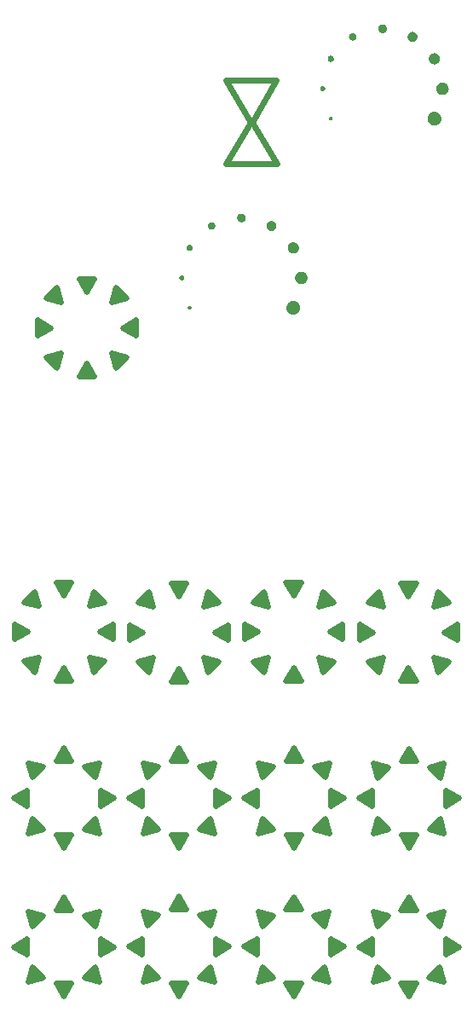
<source format=gbr>
%TF.GenerationSoftware,KiCad,Pcbnew,9.0.6*%
%TF.CreationDate,2025-11-20T09:42:16+01:00*%
%TF.ProjectId,Th-555-biondo_front,54682d35-3535-42d6-9269-6f6e646f5f66,rev?*%
%TF.SameCoordinates,Original*%
%TF.FileFunction,Copper,L1,Top*%
%TF.FilePolarity,Positive*%
%FSLAX46Y46*%
G04 Gerber Fmt 4.6, Leading zero omitted, Abs format (unit mm)*
G04 Created by KiCad (PCBNEW 9.0.6) date 2025-11-20 09:42:16*
%MOMM*%
%LPD*%
G01*
G04 APERTURE LIST*
%TA.AperFunction,EtchedComponent*%
%ADD10C,0.500000*%
%TD*%
%TA.AperFunction,EtchedComponent*%
%ADD11C,0.000000*%
%TD*%
%TA.AperFunction,EtchedComponent*%
%ADD12C,0.600000*%
%TD*%
G04 APERTURE END LIST*
D10*
%TO.C,REF\u002A\u002A*%
X121465695Y-137550404D02*
X120114009Y-136770000D01*
X121465695Y-135989605D01*
X121465695Y-137550404D01*
%TA.AperFunction,EtchedComponent*%
G36*
X121465695Y-137550404D02*
G01*
X120114009Y-136770000D01*
X121465695Y-135989605D01*
X121465695Y-137550404D01*
G37*
%TD.AperFunction*%
X123082566Y-139893085D02*
X121574954Y-140297046D01*
X121978913Y-138789433D01*
X123082566Y-139893085D01*
%TA.AperFunction,EtchedComponent*%
G36*
X123082566Y-139893085D02*
G01*
X121574954Y-140297046D01*
X121978913Y-138789433D01*
X123082566Y-139893085D01*
G37*
%TD.AperFunction*%
X123082568Y-133646923D02*
X121978917Y-134750576D01*
X121574956Y-133242962D01*
X123082568Y-133646923D01*
%TA.AperFunction,EtchedComponent*%
G36*
X123082568Y-133646923D02*
G01*
X121978917Y-134750576D01*
X121574956Y-133242962D01*
X123082568Y-133646923D01*
G37*
%TD.AperFunction*%
X125102002Y-141757999D02*
X124321601Y-140406322D01*
X125882401Y-140406322D01*
X125102002Y-141757999D01*
%TA.AperFunction,EtchedComponent*%
G36*
X125102002Y-141757999D02*
G01*
X124321601Y-140406322D01*
X125882401Y-140406322D01*
X125102002Y-141757999D01*
G37*
%TD.AperFunction*%
X125882399Y-133133686D02*
X124321599Y-133133686D01*
X125102000Y-131782002D01*
X125882399Y-133133686D01*
%TA.AperFunction,EtchedComponent*%
G36*
X125882399Y-133133686D02*
G01*
X124321599Y-133133686D01*
X125102000Y-131782002D01*
X125882399Y-133133686D01*
G37*
%TD.AperFunction*%
X128225086Y-134750561D02*
X127121434Y-133646908D01*
X128629047Y-133242947D01*
X128225086Y-134750561D01*
%TA.AperFunction,EtchedComponent*%
G36*
X128225086Y-134750561D02*
G01*
X127121434Y-133646908D01*
X128629047Y-133242947D01*
X128225086Y-134750561D01*
G37*
%TD.AperFunction*%
X128629047Y-140297054D02*
X127121434Y-139893100D01*
X128225086Y-138789440D01*
X128629047Y-140297054D01*
%TA.AperFunction,EtchedComponent*%
G36*
X128629047Y-140297054D02*
G01*
X127121434Y-139893100D01*
X128225086Y-138789440D01*
X128629047Y-140297054D01*
G37*
%TD.AperFunction*%
X130090000Y-136770000D02*
X128738316Y-137550404D01*
X128738316Y-135989605D01*
X130090000Y-136770000D01*
%TA.AperFunction,EtchedComponent*%
G36*
X130090000Y-136770000D02*
G01*
X128738316Y-137550404D01*
X128738316Y-135989605D01*
X130090000Y-136770000D01*
G37*
%TD.AperFunction*%
X144370737Y-105500001D02*
X143019053Y-106280404D01*
X143019053Y-104719605D01*
X144370737Y-105500001D01*
%TA.AperFunction,EtchedComponent*%
G36*
X144370737Y-105500001D02*
G01*
X143019053Y-106280404D01*
X143019053Y-104719605D01*
X144370737Y-105500001D01*
G37*
%TD.AperFunction*%
X145006334Y-109517319D02*
X143902681Y-108413666D01*
X145410295Y-108009713D01*
X145006334Y-109517319D01*
%TA.AperFunction,EtchedComponent*%
G36*
X145006334Y-109517319D02*
G01*
X143902681Y-108413666D01*
X145410295Y-108009713D01*
X145006334Y-109517319D01*
G37*
%TD.AperFunction*%
X145410295Y-102990304D02*
X143902681Y-102586342D01*
X145006334Y-101482682D01*
X145410295Y-102990304D01*
%TA.AperFunction,EtchedComponent*%
G36*
X145410295Y-102990304D02*
G01*
X143902681Y-102586342D01*
X145006334Y-101482682D01*
X145410295Y-102990304D01*
G37*
%TD.AperFunction*%
X147920008Y-101950738D02*
X147139612Y-100599045D01*
X148700411Y-100599045D01*
X147920008Y-101950738D01*
%TA.AperFunction,EtchedComponent*%
G36*
X147920008Y-101950738D02*
G01*
X147139612Y-100599045D01*
X148700411Y-100599045D01*
X147920008Y-101950738D01*
G37*
%TD.AperFunction*%
X148700403Y-110400956D02*
X147139605Y-110400956D01*
X147920000Y-109049264D01*
X148700403Y-110400956D01*
%TA.AperFunction,EtchedComponent*%
G36*
X148700403Y-110400956D02*
G01*
X147139605Y-110400956D01*
X147920000Y-109049264D01*
X148700403Y-110400956D01*
G37*
%TD.AperFunction*%
X151937319Y-102586327D02*
X150429705Y-102990288D01*
X150833666Y-101482674D01*
X151937319Y-102586327D01*
%TA.AperFunction,EtchedComponent*%
G36*
X151937319Y-102586327D02*
G01*
X150429705Y-102990288D01*
X150833666Y-101482674D01*
X151937319Y-102586327D01*
G37*
%TD.AperFunction*%
X151937327Y-108413659D02*
X150833673Y-109517312D01*
X150429712Y-108009698D01*
X151937327Y-108413659D01*
%TA.AperFunction,EtchedComponent*%
G36*
X151937327Y-108413659D02*
G01*
X150833673Y-109517312D01*
X150429712Y-108009698D01*
X151937327Y-108413659D01*
G37*
%TD.AperFunction*%
X152820948Y-106280404D02*
X151469264Y-105500001D01*
X152820948Y-104719605D01*
X152820948Y-106280404D01*
%TA.AperFunction,EtchedComponent*%
G36*
X152820948Y-106280404D02*
G01*
X151469264Y-105500001D01*
X152820948Y-104719605D01*
X152820948Y-106280404D01*
G37*
%TD.AperFunction*%
X132875695Y-137530404D02*
X131524009Y-136750000D01*
X132875695Y-135969605D01*
X132875695Y-137530404D01*
%TA.AperFunction,EtchedComponent*%
G36*
X132875695Y-137530404D02*
G01*
X131524009Y-136750000D01*
X132875695Y-135969605D01*
X132875695Y-137530404D01*
G37*
%TD.AperFunction*%
X134492566Y-139873085D02*
X132984954Y-140277046D01*
X133388913Y-138769433D01*
X134492566Y-139873085D01*
%TA.AperFunction,EtchedComponent*%
G36*
X134492566Y-139873085D02*
G01*
X132984954Y-140277046D01*
X133388913Y-138769433D01*
X134492566Y-139873085D01*
G37*
%TD.AperFunction*%
X134492568Y-133626923D02*
X133388917Y-134730576D01*
X132984956Y-133222962D01*
X134492568Y-133626923D01*
%TA.AperFunction,EtchedComponent*%
G36*
X134492568Y-133626923D02*
G01*
X133388917Y-134730576D01*
X132984956Y-133222962D01*
X134492568Y-133626923D01*
G37*
%TD.AperFunction*%
X136512002Y-141737999D02*
X135731601Y-140386322D01*
X137292401Y-140386322D01*
X136512002Y-141737999D01*
%TA.AperFunction,EtchedComponent*%
G36*
X136512002Y-141737999D02*
G01*
X135731601Y-140386322D01*
X137292401Y-140386322D01*
X136512002Y-141737999D01*
G37*
%TD.AperFunction*%
X137292399Y-133113686D02*
X135731599Y-133113686D01*
X136512000Y-131762002D01*
X137292399Y-133113686D01*
%TA.AperFunction,EtchedComponent*%
G36*
X137292399Y-133113686D02*
G01*
X135731599Y-133113686D01*
X136512000Y-131762002D01*
X137292399Y-133113686D01*
G37*
%TD.AperFunction*%
X139635086Y-134730561D02*
X138531434Y-133626908D01*
X140039047Y-133222947D01*
X139635086Y-134730561D01*
%TA.AperFunction,EtchedComponent*%
G36*
X139635086Y-134730561D02*
G01*
X138531434Y-133626908D01*
X140039047Y-133222947D01*
X139635086Y-134730561D01*
G37*
%TD.AperFunction*%
X140039047Y-140277054D02*
X138531434Y-139873100D01*
X139635086Y-138769440D01*
X140039047Y-140277054D01*
%TA.AperFunction,EtchedComponent*%
G36*
X140039047Y-140277054D02*
G01*
X138531434Y-139873100D01*
X139635086Y-138769440D01*
X140039047Y-140277054D01*
G37*
%TD.AperFunction*%
X141500000Y-136750000D02*
X140148316Y-137530404D01*
X140148316Y-135969605D01*
X141500000Y-136750000D01*
%TA.AperFunction,EtchedComponent*%
G36*
X141500000Y-136750000D02*
G01*
X140148316Y-137530404D01*
X140148316Y-135969605D01*
X141500000Y-136750000D01*
G37*
%TD.AperFunction*%
X155790737Y-105530001D02*
X154439053Y-106310404D01*
X154439053Y-104749605D01*
X155790737Y-105530001D01*
%TA.AperFunction,EtchedComponent*%
G36*
X155790737Y-105530001D02*
G01*
X154439053Y-106310404D01*
X154439053Y-104749605D01*
X155790737Y-105530001D01*
G37*
%TD.AperFunction*%
X156426334Y-109547319D02*
X155322681Y-108443666D01*
X156830295Y-108039713D01*
X156426334Y-109547319D01*
%TA.AperFunction,EtchedComponent*%
G36*
X156426334Y-109547319D02*
G01*
X155322681Y-108443666D01*
X156830295Y-108039713D01*
X156426334Y-109547319D01*
G37*
%TD.AperFunction*%
X156830295Y-103020304D02*
X155322681Y-102616342D01*
X156426334Y-101512682D01*
X156830295Y-103020304D01*
%TA.AperFunction,EtchedComponent*%
G36*
X156830295Y-103020304D02*
G01*
X155322681Y-102616342D01*
X156426334Y-101512682D01*
X156830295Y-103020304D01*
G37*
%TD.AperFunction*%
X159340008Y-101980738D02*
X158559612Y-100629045D01*
X160120411Y-100629045D01*
X159340008Y-101980738D01*
%TA.AperFunction,EtchedComponent*%
G36*
X159340008Y-101980738D02*
G01*
X158559612Y-100629045D01*
X160120411Y-100629045D01*
X159340008Y-101980738D01*
G37*
%TD.AperFunction*%
X160120403Y-110430956D02*
X158559605Y-110430956D01*
X159340000Y-109079264D01*
X160120403Y-110430956D01*
%TA.AperFunction,EtchedComponent*%
G36*
X160120403Y-110430956D02*
G01*
X158559605Y-110430956D01*
X159340000Y-109079264D01*
X160120403Y-110430956D01*
G37*
%TD.AperFunction*%
X163357319Y-102616327D02*
X161849705Y-103020288D01*
X162253666Y-101512674D01*
X163357319Y-102616327D01*
%TA.AperFunction,EtchedComponent*%
G36*
X163357319Y-102616327D02*
G01*
X161849705Y-103020288D01*
X162253666Y-101512674D01*
X163357319Y-102616327D01*
G37*
%TD.AperFunction*%
X163357327Y-108443659D02*
X162253673Y-109547312D01*
X161849712Y-108039698D01*
X163357327Y-108443659D01*
%TA.AperFunction,EtchedComponent*%
G36*
X163357327Y-108443659D02*
G01*
X162253673Y-109547312D01*
X161849712Y-108039698D01*
X163357327Y-108443659D01*
G37*
%TD.AperFunction*%
X164240948Y-106310404D02*
X162889264Y-105530001D01*
X164240948Y-104749605D01*
X164240948Y-106310404D01*
%TA.AperFunction,EtchedComponent*%
G36*
X164240948Y-106310404D02*
G01*
X162889264Y-105530001D01*
X164240948Y-104749605D01*
X164240948Y-106310404D01*
G37*
%TD.AperFunction*%
X144305695Y-122800404D02*
X142954009Y-122020000D01*
X144305695Y-121239605D01*
X144305695Y-122800404D01*
%TA.AperFunction,EtchedComponent*%
G36*
X144305695Y-122800404D02*
G01*
X142954009Y-122020000D01*
X144305695Y-121239605D01*
X144305695Y-122800404D01*
G37*
%TD.AperFunction*%
X145922566Y-125143085D02*
X144414954Y-125547046D01*
X144818913Y-124039433D01*
X145922566Y-125143085D01*
%TA.AperFunction,EtchedComponent*%
G36*
X145922566Y-125143085D02*
G01*
X144414954Y-125547046D01*
X144818913Y-124039433D01*
X145922566Y-125143085D01*
G37*
%TD.AperFunction*%
X145922568Y-118896923D02*
X144818917Y-120000576D01*
X144414956Y-118492962D01*
X145922568Y-118896923D01*
%TA.AperFunction,EtchedComponent*%
G36*
X145922568Y-118896923D02*
G01*
X144818917Y-120000576D01*
X144414956Y-118492962D01*
X145922568Y-118896923D01*
G37*
%TD.AperFunction*%
X147942002Y-127007999D02*
X147161601Y-125656322D01*
X148722401Y-125656322D01*
X147942002Y-127007999D01*
%TA.AperFunction,EtchedComponent*%
G36*
X147942002Y-127007999D02*
G01*
X147161601Y-125656322D01*
X148722401Y-125656322D01*
X147942002Y-127007999D01*
G37*
%TD.AperFunction*%
X148722399Y-118383686D02*
X147161599Y-118383686D01*
X147942000Y-117032002D01*
X148722399Y-118383686D01*
%TA.AperFunction,EtchedComponent*%
G36*
X148722399Y-118383686D02*
G01*
X147161599Y-118383686D01*
X147942000Y-117032002D01*
X148722399Y-118383686D01*
G37*
%TD.AperFunction*%
X151065086Y-120000561D02*
X149961434Y-118896908D01*
X151469047Y-118492947D01*
X151065086Y-120000561D01*
%TA.AperFunction,EtchedComponent*%
G36*
X151065086Y-120000561D02*
G01*
X149961434Y-118896908D01*
X151469047Y-118492947D01*
X151065086Y-120000561D01*
G37*
%TD.AperFunction*%
X151469047Y-125547054D02*
X149961434Y-125143100D01*
X151065086Y-124039440D01*
X151469047Y-125547054D01*
%TA.AperFunction,EtchedComponent*%
G36*
X151469047Y-125547054D02*
G01*
X149961434Y-125143100D01*
X151065086Y-124039440D01*
X151469047Y-125547054D01*
G37*
%TD.AperFunction*%
X152930000Y-122020000D02*
X151578316Y-122800404D01*
X151578316Y-121239605D01*
X152930000Y-122020000D01*
%TA.AperFunction,EtchedComponent*%
G36*
X152930000Y-122020000D02*
G01*
X151578316Y-122800404D01*
X151578316Y-121239605D01*
X152930000Y-122020000D01*
G37*
%TD.AperFunction*%
X123810737Y-75300001D02*
X122459053Y-76080404D01*
X122459053Y-74519605D01*
X123810737Y-75300001D01*
%TA.AperFunction,EtchedComponent*%
G36*
X123810737Y-75300001D02*
G01*
X122459053Y-76080404D01*
X122459053Y-74519605D01*
X123810737Y-75300001D01*
G37*
%TD.AperFunction*%
X124446334Y-79317319D02*
X123342681Y-78213666D01*
X124850295Y-77809713D01*
X124446334Y-79317319D01*
%TA.AperFunction,EtchedComponent*%
G36*
X124446334Y-79317319D02*
G01*
X123342681Y-78213666D01*
X124850295Y-77809713D01*
X124446334Y-79317319D01*
G37*
%TD.AperFunction*%
X124850295Y-72790304D02*
X123342681Y-72386342D01*
X124446334Y-71282682D01*
X124850295Y-72790304D01*
%TA.AperFunction,EtchedComponent*%
G36*
X124850295Y-72790304D02*
G01*
X123342681Y-72386342D01*
X124446334Y-71282682D01*
X124850295Y-72790304D01*
G37*
%TD.AperFunction*%
X127360008Y-71750738D02*
X126579612Y-70399045D01*
X128140411Y-70399045D01*
X127360008Y-71750738D01*
%TA.AperFunction,EtchedComponent*%
G36*
X127360008Y-71750738D02*
G01*
X126579612Y-70399045D01*
X128140411Y-70399045D01*
X127360008Y-71750738D01*
G37*
%TD.AperFunction*%
X128140403Y-80200956D02*
X126579605Y-80200956D01*
X127360000Y-78849264D01*
X128140403Y-80200956D01*
%TA.AperFunction,EtchedComponent*%
G36*
X128140403Y-80200956D02*
G01*
X126579605Y-80200956D01*
X127360000Y-78849264D01*
X128140403Y-80200956D01*
G37*
%TD.AperFunction*%
X131377319Y-72386327D02*
X129869705Y-72790288D01*
X130273666Y-71282674D01*
X131377319Y-72386327D01*
%TA.AperFunction,EtchedComponent*%
G36*
X131377319Y-72386327D02*
G01*
X129869705Y-72790288D01*
X130273666Y-71282674D01*
X131377319Y-72386327D01*
G37*
%TD.AperFunction*%
X131377327Y-78213659D02*
X130273673Y-79317312D01*
X129869712Y-77809698D01*
X131377327Y-78213659D01*
%TA.AperFunction,EtchedComponent*%
G36*
X131377327Y-78213659D02*
G01*
X130273673Y-79317312D01*
X129869712Y-77809698D01*
X131377327Y-78213659D01*
G37*
%TD.AperFunction*%
X132260948Y-76080404D02*
X130909264Y-75300001D01*
X132260948Y-74519605D01*
X132260948Y-76080404D01*
%TA.AperFunction,EtchedComponent*%
G36*
X132260948Y-76080404D02*
G01*
X130909264Y-75300001D01*
X132260948Y-74519605D01*
X132260948Y-76080404D01*
G37*
%TD.AperFunction*%
X132885695Y-122800404D02*
X131534009Y-122020000D01*
X132885695Y-121239605D01*
X132885695Y-122800404D01*
%TA.AperFunction,EtchedComponent*%
G36*
X132885695Y-122800404D02*
G01*
X131534009Y-122020000D01*
X132885695Y-121239605D01*
X132885695Y-122800404D01*
G37*
%TD.AperFunction*%
X134502566Y-125143085D02*
X132994954Y-125547046D01*
X133398913Y-124039433D01*
X134502566Y-125143085D01*
%TA.AperFunction,EtchedComponent*%
G36*
X134502566Y-125143085D02*
G01*
X132994954Y-125547046D01*
X133398913Y-124039433D01*
X134502566Y-125143085D01*
G37*
%TD.AperFunction*%
X134502568Y-118896923D02*
X133398917Y-120000576D01*
X132994956Y-118492962D01*
X134502568Y-118896923D01*
%TA.AperFunction,EtchedComponent*%
G36*
X134502568Y-118896923D02*
G01*
X133398917Y-120000576D01*
X132994956Y-118492962D01*
X134502568Y-118896923D01*
G37*
%TD.AperFunction*%
X136522002Y-127007999D02*
X135741601Y-125656322D01*
X137302401Y-125656322D01*
X136522002Y-127007999D01*
%TA.AperFunction,EtchedComponent*%
G36*
X136522002Y-127007999D02*
G01*
X135741601Y-125656322D01*
X137302401Y-125656322D01*
X136522002Y-127007999D01*
G37*
%TD.AperFunction*%
X137302399Y-118383686D02*
X135741599Y-118383686D01*
X136522000Y-117032002D01*
X137302399Y-118383686D01*
%TA.AperFunction,EtchedComponent*%
G36*
X137302399Y-118383686D02*
G01*
X135741599Y-118383686D01*
X136522000Y-117032002D01*
X137302399Y-118383686D01*
G37*
%TD.AperFunction*%
X139645086Y-120000561D02*
X138541434Y-118896908D01*
X140049047Y-118492947D01*
X139645086Y-120000561D01*
%TA.AperFunction,EtchedComponent*%
G36*
X139645086Y-120000561D02*
G01*
X138541434Y-118896908D01*
X140049047Y-118492947D01*
X139645086Y-120000561D01*
G37*
%TD.AperFunction*%
X140049047Y-125547054D02*
X138541434Y-125143100D01*
X139645086Y-124039440D01*
X140049047Y-125547054D01*
%TA.AperFunction,EtchedComponent*%
G36*
X140049047Y-125547054D02*
G01*
X138541434Y-125143100D01*
X139645086Y-124039440D01*
X140049047Y-125547054D01*
G37*
%TD.AperFunction*%
X141510000Y-122020000D02*
X140158316Y-122800404D01*
X140158316Y-121239605D01*
X141510000Y-122020000D01*
%TA.AperFunction,EtchedComponent*%
G36*
X141510000Y-122020000D02*
G01*
X140158316Y-122800404D01*
X140158316Y-121239605D01*
X141510000Y-122020000D01*
G37*
%TD.AperFunction*%
X155715695Y-137550404D02*
X154364009Y-136770000D01*
X155715695Y-135989605D01*
X155715695Y-137550404D01*
%TA.AperFunction,EtchedComponent*%
G36*
X155715695Y-137550404D02*
G01*
X154364009Y-136770000D01*
X155715695Y-135989605D01*
X155715695Y-137550404D01*
G37*
%TD.AperFunction*%
X157332566Y-139893085D02*
X155824954Y-140297046D01*
X156228913Y-138789433D01*
X157332566Y-139893085D01*
%TA.AperFunction,EtchedComponent*%
G36*
X157332566Y-139893085D02*
G01*
X155824954Y-140297046D01*
X156228913Y-138789433D01*
X157332566Y-139893085D01*
G37*
%TD.AperFunction*%
X157332568Y-133646923D02*
X156228917Y-134750576D01*
X155824956Y-133242962D01*
X157332568Y-133646923D01*
%TA.AperFunction,EtchedComponent*%
G36*
X157332568Y-133646923D02*
G01*
X156228917Y-134750576D01*
X155824956Y-133242962D01*
X157332568Y-133646923D01*
G37*
%TD.AperFunction*%
X159352002Y-141757999D02*
X158571601Y-140406322D01*
X160132401Y-140406322D01*
X159352002Y-141757999D01*
%TA.AperFunction,EtchedComponent*%
G36*
X159352002Y-141757999D02*
G01*
X158571601Y-140406322D01*
X160132401Y-140406322D01*
X159352002Y-141757999D01*
G37*
%TD.AperFunction*%
X160132399Y-133133686D02*
X158571599Y-133133686D01*
X159352000Y-131782002D01*
X160132399Y-133133686D01*
%TA.AperFunction,EtchedComponent*%
G36*
X160132399Y-133133686D02*
G01*
X158571599Y-133133686D01*
X159352000Y-131782002D01*
X160132399Y-133133686D01*
G37*
%TD.AperFunction*%
X162475086Y-134750561D02*
X161371434Y-133646908D01*
X162879047Y-133242947D01*
X162475086Y-134750561D01*
%TA.AperFunction,EtchedComponent*%
G36*
X162475086Y-134750561D02*
G01*
X161371434Y-133646908D01*
X162879047Y-133242947D01*
X162475086Y-134750561D01*
G37*
%TD.AperFunction*%
X162879047Y-140297054D02*
X161371434Y-139893100D01*
X162475086Y-138789440D01*
X162879047Y-140297054D01*
%TA.AperFunction,EtchedComponent*%
G36*
X162879047Y-140297054D02*
G01*
X161371434Y-139893100D01*
X162475086Y-138789440D01*
X162879047Y-140297054D01*
G37*
%TD.AperFunction*%
X164340000Y-136770000D02*
X162988316Y-137550404D01*
X162988316Y-135989605D01*
X164340000Y-136770000D01*
%TA.AperFunction,EtchedComponent*%
G36*
X164340000Y-136770000D02*
G01*
X162988316Y-137550404D01*
X162988316Y-135989605D01*
X164340000Y-136770000D01*
G37*
%TD.AperFunction*%
D11*
%TA.AperFunction,EtchedComponent*%
G36*
X137596025Y-73122855D02*
G01*
X137605454Y-73123572D01*
X137614747Y-73124752D01*
X137623890Y-73126385D01*
X137632873Y-73128458D01*
X137641684Y-73130960D01*
X137650311Y-73133879D01*
X137658743Y-73137203D01*
X137666967Y-73140921D01*
X137674973Y-73145021D01*
X137682748Y-73149492D01*
X137690281Y-73154321D01*
X137697561Y-73159497D01*
X137704575Y-73165009D01*
X137711311Y-73170844D01*
X137717759Y-73176992D01*
X137723907Y-73183439D01*
X137729743Y-73190176D01*
X137735254Y-73197190D01*
X137740431Y-73204469D01*
X137745260Y-73212002D01*
X137749731Y-73219777D01*
X137753831Y-73227782D01*
X137757549Y-73236006D01*
X137760873Y-73244437D01*
X137763792Y-73253064D01*
X137766294Y-73261874D01*
X137768367Y-73270857D01*
X137770000Y-73280000D01*
X137771180Y-73289291D01*
X137771897Y-73298720D01*
X137772139Y-73308274D01*
X137771897Y-73317829D01*
X137771181Y-73327257D01*
X137770000Y-73336549D01*
X137768367Y-73345692D01*
X137766294Y-73354674D01*
X137763793Y-73363485D01*
X137760874Y-73372111D01*
X137757550Y-73380543D01*
X137753832Y-73388767D01*
X137749733Y-73396772D01*
X137745262Y-73404547D01*
X137740434Y-73412080D01*
X137735258Y-73419359D01*
X137729746Y-73426373D01*
X137723911Y-73433109D01*
X137717764Y-73439557D01*
X137711317Y-73445705D01*
X137704580Y-73451540D01*
X137697567Y-73457052D01*
X137690288Y-73462228D01*
X137682756Y-73467057D01*
X137674981Y-73471528D01*
X137666976Y-73475628D01*
X137658752Y-73479346D01*
X137650321Y-73482670D01*
X137641695Y-73485589D01*
X137632885Y-73488091D01*
X137623903Y-73490164D01*
X137614760Y-73491797D01*
X137605468Y-73492977D01*
X137596039Y-73493694D01*
X137586485Y-73493936D01*
X137576930Y-73493694D01*
X137567501Y-73492977D01*
X137558209Y-73491797D01*
X137549065Y-73490164D01*
X137540082Y-73488091D01*
X137531271Y-73485589D01*
X137522644Y-73482670D01*
X137514213Y-73479346D01*
X137505988Y-73475628D01*
X137497982Y-73471528D01*
X137490207Y-73467057D01*
X137482674Y-73462228D01*
X137475395Y-73457052D01*
X137468381Y-73451540D01*
X137461644Y-73445705D01*
X137455196Y-73439557D01*
X137449048Y-73433109D01*
X137443213Y-73426373D01*
X137437701Y-73419359D01*
X137432524Y-73412080D01*
X137427695Y-73404547D01*
X137423225Y-73396772D01*
X137419125Y-73388767D01*
X137415406Y-73380543D01*
X137412082Y-73372111D01*
X137409163Y-73363485D01*
X137406661Y-73354674D01*
X137404588Y-73345692D01*
X137402956Y-73336549D01*
X137401775Y-73327257D01*
X137401058Y-73317829D01*
X137400816Y-73308274D01*
X137401058Y-73298720D01*
X137401775Y-73289291D01*
X137402955Y-73280000D01*
X137404588Y-73270857D01*
X137406661Y-73261874D01*
X137409162Y-73253064D01*
X137412081Y-73244437D01*
X137415405Y-73236006D01*
X137419123Y-73227782D01*
X137423223Y-73219777D01*
X137427693Y-73212002D01*
X137432522Y-73204469D01*
X137437698Y-73197190D01*
X137443209Y-73190176D01*
X137449044Y-73183439D01*
X137455191Y-73176992D01*
X137461639Y-73170844D01*
X137468375Y-73165009D01*
X137475388Y-73159497D01*
X137482667Y-73154321D01*
X137490199Y-73149492D01*
X137497974Y-73145021D01*
X137505979Y-73140921D01*
X137514203Y-73137203D01*
X137522634Y-73133879D01*
X137531260Y-73130960D01*
X137540070Y-73128458D01*
X137549053Y-73126385D01*
X137558196Y-73124752D01*
X137567487Y-73123572D01*
X137576916Y-73122855D01*
X137586470Y-73122613D01*
X137596025Y-73122855D01*
G37*
%TD.AperFunction*%
%TA.AperFunction,EtchedComponent*%
G36*
X137607017Y-67054043D02*
G01*
X137622732Y-67055238D01*
X137638218Y-67057205D01*
X137653456Y-67059927D01*
X137668427Y-67063382D01*
X137683111Y-67067552D01*
X137697489Y-67072417D01*
X137711542Y-67077957D01*
X137725249Y-67084154D01*
X137738591Y-67090988D01*
X137751549Y-67098439D01*
X137764104Y-67106488D01*
X137776237Y-67115115D01*
X137787926Y-67124301D01*
X137799154Y-67134027D01*
X137809901Y-67144273D01*
X137820147Y-67155020D01*
X137829873Y-67166248D01*
X137839059Y-67177938D01*
X137847686Y-67190070D01*
X137855735Y-67202625D01*
X137863186Y-67215583D01*
X137870020Y-67228926D01*
X137876217Y-67242633D01*
X137881757Y-67256685D01*
X137886622Y-67271063D01*
X137890792Y-67285747D01*
X137894247Y-67300718D01*
X137896969Y-67315956D01*
X137898937Y-67331442D01*
X137900132Y-67347157D01*
X137900534Y-67363081D01*
X137900132Y-67379004D01*
X137898937Y-67394719D01*
X137896969Y-67410205D01*
X137894247Y-67425443D01*
X137890792Y-67440414D01*
X137886622Y-67455098D01*
X137881757Y-67469476D01*
X137876217Y-67483528D01*
X137870020Y-67497235D01*
X137863186Y-67510578D01*
X137855735Y-67523536D01*
X137847686Y-67536091D01*
X137839059Y-67548223D01*
X137829873Y-67559913D01*
X137820147Y-67571141D01*
X137809901Y-67581888D01*
X137799154Y-67592134D01*
X137787926Y-67601860D01*
X137776237Y-67611046D01*
X137764104Y-67619673D01*
X137751549Y-67627722D01*
X137738591Y-67635173D01*
X137725249Y-67642007D01*
X137711542Y-67648204D01*
X137697489Y-67653744D01*
X137683111Y-67658609D01*
X137668427Y-67662779D01*
X137653456Y-67666234D01*
X137638218Y-67668956D01*
X137622732Y-67670924D01*
X137607017Y-67672119D01*
X137591094Y-67672521D01*
X137575170Y-67672119D01*
X137559455Y-67670924D01*
X137543969Y-67668956D01*
X137528731Y-67666234D01*
X137513760Y-67662779D01*
X137499076Y-67658609D01*
X137484698Y-67653744D01*
X137470646Y-67648204D01*
X137456939Y-67642007D01*
X137443596Y-67635173D01*
X137430638Y-67627722D01*
X137418083Y-67619673D01*
X137405951Y-67611046D01*
X137394261Y-67601860D01*
X137383033Y-67592134D01*
X137372286Y-67581888D01*
X137362040Y-67571141D01*
X137352315Y-67559913D01*
X137343128Y-67548223D01*
X137334501Y-67536091D01*
X137326452Y-67523536D01*
X137319001Y-67510578D01*
X137312167Y-67497235D01*
X137305971Y-67483528D01*
X137300430Y-67469476D01*
X137295565Y-67455098D01*
X137291395Y-67440414D01*
X137287940Y-67425443D01*
X137285219Y-67410205D01*
X137283251Y-67394719D01*
X137282056Y-67379004D01*
X137281653Y-67363081D01*
X137282056Y-67347157D01*
X137283251Y-67331442D01*
X137285219Y-67315956D01*
X137287940Y-67300718D01*
X137291395Y-67285747D01*
X137295565Y-67271063D01*
X137300430Y-67256685D01*
X137305971Y-67242633D01*
X137312167Y-67228926D01*
X137319001Y-67215583D01*
X137326452Y-67202625D01*
X137334501Y-67190070D01*
X137343128Y-67177938D01*
X137352315Y-67166248D01*
X137362040Y-67155020D01*
X137372286Y-67144273D01*
X137383033Y-67134027D01*
X137394261Y-67124301D01*
X137405951Y-67115115D01*
X137418083Y-67106488D01*
X137430638Y-67098439D01*
X137443596Y-67090988D01*
X137456939Y-67084154D01*
X137470646Y-67077957D01*
X137484698Y-67072417D01*
X137499076Y-67067552D01*
X137513760Y-67063382D01*
X137528731Y-67059927D01*
X137543969Y-67057205D01*
X137559455Y-67055238D01*
X137575170Y-67054043D01*
X137591094Y-67053640D01*
X137607017Y-67054043D01*
G37*
%TD.AperFunction*%
%TA.AperFunction,EtchedComponent*%
G36*
X139779755Y-64813396D02*
G01*
X139798043Y-64814757D01*
X139816175Y-64817009D01*
X139834122Y-64820140D01*
X139851853Y-64824137D01*
X139869337Y-64828989D01*
X139886544Y-64834682D01*
X139903443Y-64841203D01*
X139920005Y-64848540D01*
X139936198Y-64856681D01*
X139951992Y-64865613D01*
X139967357Y-64875324D01*
X139982262Y-64885800D01*
X139996677Y-64897029D01*
X140010572Y-64908999D01*
X140023915Y-64921697D01*
X140036613Y-64935040D01*
X140048583Y-64948935D01*
X140059812Y-64963350D01*
X140070288Y-64978255D01*
X140079999Y-64993620D01*
X140088931Y-65009414D01*
X140097072Y-65025607D01*
X140104409Y-65042169D01*
X140110931Y-65059068D01*
X140116623Y-65076275D01*
X140121475Y-65093759D01*
X140125472Y-65111490D01*
X140128603Y-65129437D01*
X140130856Y-65147569D01*
X140132216Y-65165857D01*
X140132672Y-65184270D01*
X140132216Y-65202683D01*
X140130855Y-65220971D01*
X140128603Y-65239103D01*
X140125471Y-65257050D01*
X140121473Y-65274781D01*
X140116621Y-65292265D01*
X140110928Y-65309472D01*
X140104405Y-65326371D01*
X140097067Y-65342933D01*
X140088926Y-65359126D01*
X140079993Y-65374920D01*
X140070282Y-65390285D01*
X140059805Y-65405190D01*
X140048576Y-65419606D01*
X140036606Y-65433500D01*
X140023908Y-65446843D01*
X140010564Y-65459541D01*
X139996670Y-65471511D01*
X139982255Y-65482740D01*
X139967351Y-65493216D01*
X139951986Y-65502927D01*
X139936193Y-65511859D01*
X139920000Y-65520000D01*
X139903440Y-65527337D01*
X139886541Y-65533859D01*
X139869335Y-65539551D01*
X139851851Y-65544403D01*
X139834121Y-65548400D01*
X139816175Y-65551531D01*
X139798042Y-65553784D01*
X139779755Y-65555144D01*
X139761342Y-65555600D01*
X139742929Y-65555144D01*
X139724641Y-65553784D01*
X139706509Y-65551531D01*
X139688562Y-65548400D01*
X139670831Y-65544403D01*
X139653347Y-65539551D01*
X139636140Y-65533859D01*
X139619241Y-65527337D01*
X139602679Y-65520000D01*
X139586486Y-65511859D01*
X139570692Y-65502927D01*
X139555327Y-65493216D01*
X139540422Y-65482740D01*
X139526007Y-65471511D01*
X139512112Y-65459541D01*
X139498769Y-65446843D01*
X139486071Y-65433500D01*
X139474101Y-65419606D01*
X139462872Y-65405190D01*
X139452396Y-65390285D01*
X139442685Y-65374920D01*
X139433753Y-65359126D01*
X139425612Y-65342933D01*
X139418275Y-65326371D01*
X139411754Y-65309472D01*
X139406061Y-65292265D01*
X139401209Y-65274781D01*
X139397212Y-65257050D01*
X139394081Y-65239103D01*
X139391829Y-65220971D01*
X139390468Y-65202683D01*
X139390012Y-65184270D01*
X139390468Y-65165857D01*
X139391829Y-65147569D01*
X139394081Y-65129437D01*
X139397213Y-65111490D01*
X139401211Y-65093759D01*
X139406063Y-65076275D01*
X139411757Y-65059068D01*
X139418279Y-65042169D01*
X139425617Y-65025607D01*
X139433759Y-65009414D01*
X139442691Y-64993620D01*
X139452402Y-64978255D01*
X139462879Y-64963350D01*
X139474108Y-64948935D01*
X139486078Y-64935040D01*
X139498776Y-64921697D01*
X139512120Y-64908999D01*
X139526014Y-64897029D01*
X139540429Y-64885800D01*
X139555333Y-64875324D01*
X139570698Y-64865613D01*
X139586491Y-64856681D01*
X139602684Y-64848540D01*
X139619245Y-64841203D01*
X139636143Y-64834682D01*
X139653350Y-64828989D01*
X139670833Y-64824137D01*
X139688563Y-64820140D01*
X139706510Y-64817009D01*
X139724642Y-64814757D01*
X139742929Y-64813396D01*
X139761342Y-64812940D01*
X139779755Y-64813396D01*
G37*
%TD.AperFunction*%
%TA.AperFunction,EtchedComponent*%
G36*
X147918526Y-72629075D02*
G01*
X147952054Y-72631570D01*
X147985297Y-72635699D01*
X148018200Y-72641440D01*
X148050706Y-72648770D01*
X148082759Y-72657665D01*
X148114305Y-72668103D01*
X148145287Y-72680059D01*
X148175649Y-72693512D01*
X148205336Y-72708438D01*
X148234291Y-72724814D01*
X148262459Y-72742616D01*
X148289785Y-72761823D01*
X148316211Y-72782410D01*
X148341683Y-72804354D01*
X148366145Y-72827633D01*
X148389424Y-72852095D01*
X148411368Y-72877567D01*
X148431955Y-72903994D01*
X148451162Y-72931319D01*
X148468964Y-72959487D01*
X148485340Y-72988443D01*
X148500266Y-73018129D01*
X148513719Y-73048491D01*
X148525676Y-73079473D01*
X148536113Y-73111019D01*
X148545008Y-73143073D01*
X148552338Y-73175579D01*
X148558079Y-73208481D01*
X148562208Y-73241724D01*
X148564703Y-73275252D01*
X148565540Y-73309009D01*
X148564703Y-73342767D01*
X148562208Y-73376295D01*
X148558079Y-73409538D01*
X148552338Y-73442440D01*
X148545008Y-73474946D01*
X148536113Y-73507000D01*
X148525676Y-73538546D01*
X148513719Y-73569527D01*
X148500266Y-73599890D01*
X148485340Y-73629576D01*
X148468964Y-73658532D01*
X148451162Y-73686700D01*
X148431955Y-73714025D01*
X148411368Y-73740452D01*
X148389424Y-73765924D01*
X148366145Y-73790386D01*
X148341683Y-73813665D01*
X148316211Y-73835609D01*
X148289785Y-73856196D01*
X148262459Y-73875402D01*
X148234291Y-73893205D01*
X148205336Y-73909581D01*
X148175649Y-73924507D01*
X148145287Y-73937960D01*
X148114305Y-73949916D01*
X148082759Y-73960354D01*
X148050706Y-73969249D01*
X148018200Y-73976579D01*
X147985297Y-73982320D01*
X147952054Y-73986449D01*
X147918526Y-73988944D01*
X147884769Y-73989780D01*
X147851012Y-73988944D01*
X147817484Y-73986449D01*
X147784240Y-73982320D01*
X147751338Y-73976579D01*
X147718832Y-73969249D01*
X147686778Y-73960354D01*
X147655232Y-73949916D01*
X147624251Y-73937960D01*
X147593889Y-73924507D01*
X147564202Y-73909581D01*
X147535247Y-73893205D01*
X147507078Y-73875402D01*
X147479753Y-73856196D01*
X147453326Y-73835609D01*
X147427854Y-73813665D01*
X147403392Y-73790386D01*
X147380113Y-73765924D01*
X147358169Y-73740452D01*
X147337582Y-73714025D01*
X147318376Y-73686700D01*
X147300573Y-73658532D01*
X147284197Y-73629576D01*
X147269271Y-73599890D01*
X147255819Y-73569527D01*
X147243862Y-73538546D01*
X147233424Y-73507000D01*
X147224529Y-73474946D01*
X147217200Y-73442440D01*
X147211458Y-73409538D01*
X147207329Y-73376295D01*
X147204835Y-73342767D01*
X147203998Y-73309009D01*
X147204835Y-73275252D01*
X147207329Y-73241724D01*
X147211458Y-73208481D01*
X147217200Y-73175579D01*
X147224529Y-73143073D01*
X147233424Y-73111019D01*
X147243862Y-73079473D01*
X147255819Y-73048491D01*
X147269271Y-73018129D01*
X147284197Y-72988443D01*
X147300573Y-72959487D01*
X147318376Y-72931319D01*
X147337582Y-72903994D01*
X147358169Y-72877567D01*
X147380113Y-72852095D01*
X147403392Y-72827633D01*
X147427854Y-72804354D01*
X147453326Y-72782410D01*
X147479753Y-72761823D01*
X147507078Y-72742616D01*
X147535247Y-72724814D01*
X147564202Y-72708438D01*
X147593889Y-72693512D01*
X147624251Y-72680059D01*
X147655232Y-72668103D01*
X147686778Y-72657665D01*
X147718832Y-72648770D01*
X147751338Y-72641440D01*
X147784240Y-72635699D01*
X147817484Y-72631570D01*
X147851012Y-72629075D01*
X147884769Y-72628239D01*
X147918526Y-72629075D01*
G37*
%TD.AperFunction*%
%TA.AperFunction,EtchedComponent*%
G36*
X148716148Y-69718499D02*
G01*
X148747577Y-69720889D01*
X148778550Y-69724825D01*
X148809026Y-69730268D01*
X148838968Y-69737178D01*
X148868336Y-69745518D01*
X148897092Y-69755248D01*
X148925196Y-69766329D01*
X148952610Y-69778723D01*
X148979295Y-69792390D01*
X149005212Y-69807292D01*
X149030322Y-69823390D01*
X149054586Y-69840644D01*
X149077966Y-69859017D01*
X149100422Y-69878469D01*
X149121915Y-69898961D01*
X149142407Y-69920454D01*
X149161859Y-69942910D01*
X149180232Y-69966289D01*
X149197486Y-69990554D01*
X149213584Y-70015664D01*
X149228486Y-70041580D01*
X149242153Y-70068265D01*
X149254547Y-70095679D01*
X149265628Y-70123784D01*
X149275358Y-70152540D01*
X149283698Y-70181908D01*
X149290608Y-70211850D01*
X149296051Y-70242326D01*
X149299987Y-70273298D01*
X149302377Y-70304728D01*
X149303182Y-70336575D01*
X149302377Y-70368423D01*
X149299987Y-70399852D01*
X149296051Y-70430824D01*
X149290608Y-70461301D01*
X149283698Y-70491243D01*
X149275358Y-70520611D01*
X149265628Y-70549367D01*
X149254547Y-70577471D01*
X149242153Y-70604885D01*
X149228486Y-70631570D01*
X149213584Y-70657487D01*
X149197486Y-70682597D01*
X149180232Y-70706861D01*
X149161859Y-70730240D01*
X149142407Y-70752696D01*
X149121915Y-70774190D01*
X149100422Y-70794682D01*
X149077966Y-70814133D01*
X149054586Y-70832506D01*
X149030322Y-70849761D01*
X149005212Y-70865859D01*
X148979295Y-70880760D01*
X148952610Y-70894428D01*
X148925196Y-70906821D01*
X148897092Y-70917903D01*
X148868336Y-70927633D01*
X148838968Y-70935972D01*
X148809026Y-70942883D01*
X148778550Y-70948325D01*
X148747577Y-70952261D01*
X148716148Y-70954651D01*
X148684301Y-70955456D01*
X148653612Y-70954696D01*
X148623131Y-70952428D01*
X148592910Y-70948675D01*
X148562998Y-70943456D01*
X148533446Y-70936794D01*
X148504306Y-70928708D01*
X148475628Y-70919220D01*
X148447462Y-70908352D01*
X148419860Y-70896123D01*
X148392872Y-70882554D01*
X148366548Y-70867668D01*
X148340940Y-70851484D01*
X148316099Y-70834025D01*
X148292074Y-70815309D01*
X148268917Y-70795360D01*
X148246679Y-70774197D01*
X148225516Y-70751959D01*
X148205566Y-70728802D01*
X148186851Y-70704777D01*
X148169390Y-70679936D01*
X148153206Y-70654328D01*
X148138319Y-70628004D01*
X148124750Y-70601016D01*
X148112520Y-70573414D01*
X148101651Y-70545248D01*
X148092162Y-70516570D01*
X148084076Y-70487429D01*
X148077413Y-70457878D01*
X148072194Y-70427966D01*
X148068440Y-70397745D01*
X148066172Y-70367264D01*
X148065412Y-70336575D01*
X148066172Y-70305886D01*
X148068440Y-70275406D01*
X148072194Y-70245185D01*
X148077413Y-70215274D01*
X148084076Y-70185723D01*
X148092162Y-70156583D01*
X148101651Y-70127906D01*
X148112520Y-70099741D01*
X148124750Y-70072139D01*
X148138319Y-70045151D01*
X148153206Y-70018829D01*
X148169390Y-69993221D01*
X148186851Y-69968380D01*
X148205566Y-69944356D01*
X148225516Y-69921199D01*
X148246679Y-69898961D01*
X148268917Y-69877798D01*
X148292074Y-69857848D01*
X148316099Y-69839133D01*
X148340940Y-69821673D01*
X148366548Y-69805488D01*
X148392872Y-69790601D01*
X148419860Y-69777032D01*
X148447462Y-69764803D01*
X148475628Y-69753933D01*
X148504306Y-69744445D01*
X148533446Y-69736358D01*
X148562998Y-69729695D01*
X148592910Y-69724476D01*
X148623131Y-69720722D01*
X148653612Y-69718455D01*
X148684301Y-69717694D01*
X148716148Y-69718499D01*
G37*
%TD.AperFunction*%
%TA.AperFunction,EtchedComponent*%
G36*
X136806473Y-70088082D02*
G01*
X136819044Y-70089038D01*
X136831432Y-70090612D01*
X136843622Y-70092789D01*
X136855599Y-70095553D01*
X136867345Y-70098889D01*
X136878847Y-70102781D01*
X136890088Y-70107214D01*
X136901054Y-70112171D01*
X136911727Y-70117638D01*
X136922094Y-70123599D01*
X136932137Y-70130038D01*
X136941842Y-70136939D01*
X136951194Y-70144288D01*
X136960176Y-70152069D01*
X136968773Y-70160266D01*
X136976970Y-70168863D01*
X136984750Y-70177845D01*
X136992099Y-70187197D01*
X136999001Y-70196903D01*
X137005440Y-70206947D01*
X137011400Y-70217313D01*
X137016867Y-70227987D01*
X137021824Y-70238953D01*
X137026257Y-70250194D01*
X137030149Y-70261697D01*
X137033485Y-70273444D01*
X137036249Y-70285421D01*
X137038426Y-70297611D01*
X137040000Y-70310000D01*
X137040956Y-70322572D01*
X137041278Y-70335311D01*
X137041286Y-70335303D01*
X137040963Y-70348041D01*
X137040006Y-70360613D01*
X137038432Y-70373001D01*
X137036254Y-70385191D01*
X137033490Y-70397167D01*
X137030154Y-70408914D01*
X137026261Y-70420416D01*
X137021829Y-70431657D01*
X137016871Y-70442622D01*
X137011404Y-70453296D01*
X137005444Y-70463662D01*
X136999005Y-70473706D01*
X136992103Y-70483411D01*
X136984754Y-70492762D01*
X136976974Y-70501744D01*
X136968777Y-70510342D01*
X136960180Y-70518538D01*
X136951198Y-70526319D01*
X136941846Y-70533667D01*
X136932141Y-70540569D01*
X136922097Y-70547008D01*
X136911731Y-70552969D01*
X136901057Y-70558436D01*
X136890092Y-70563393D01*
X136878850Y-70567825D01*
X136867348Y-70571717D01*
X136855601Y-70575053D01*
X136843625Y-70577817D01*
X136831434Y-70579994D01*
X136819045Y-70581568D01*
X136806474Y-70582524D01*
X136793735Y-70582847D01*
X136780997Y-70582524D01*
X136768425Y-70581568D01*
X136756037Y-70579994D01*
X136743847Y-70577817D01*
X136731871Y-70575053D01*
X136720124Y-70571717D01*
X136708622Y-70567825D01*
X136697381Y-70563393D01*
X136686416Y-70558435D01*
X136675742Y-70552969D01*
X136665376Y-70547008D01*
X136655332Y-70540569D01*
X136645627Y-70533667D01*
X136636276Y-70526318D01*
X136627294Y-70518537D01*
X136618696Y-70510341D01*
X136610500Y-70501743D01*
X136602719Y-70492761D01*
X136595371Y-70483409D01*
X136588469Y-70473704D01*
X136582030Y-70463660D01*
X136576069Y-70453293D01*
X136570602Y-70442619D01*
X136565645Y-70431654D01*
X136561213Y-70420412D01*
X136557321Y-70408910D01*
X136553985Y-70397162D01*
X136551221Y-70385186D01*
X136549044Y-70372995D01*
X136547470Y-70360606D01*
X136546514Y-70348035D01*
X136546191Y-70335296D01*
X136546514Y-70322558D01*
X136547469Y-70309988D01*
X136549044Y-70297600D01*
X136551220Y-70285410D01*
X136553984Y-70273435D01*
X136557320Y-70261689D01*
X136561212Y-70250187D01*
X136565644Y-70238946D01*
X136570601Y-70227982D01*
X136576068Y-70217308D01*
X136582028Y-70206942D01*
X136588467Y-70196899D01*
X136595368Y-70187194D01*
X136602717Y-70177843D01*
X136610497Y-70168861D01*
X136618694Y-70160264D01*
X136627291Y-70152068D01*
X136636272Y-70144287D01*
X136645624Y-70136938D01*
X136655329Y-70130037D01*
X136665373Y-70123598D01*
X136675739Y-70117637D01*
X136686413Y-70112171D01*
X136697378Y-70107213D01*
X136708619Y-70102781D01*
X136720121Y-70098889D01*
X136731868Y-70095553D01*
X136743845Y-70092789D01*
X136756035Y-70090612D01*
X136768424Y-70089038D01*
X136780996Y-70088082D01*
X136793735Y-70087760D01*
X136806473Y-70088082D01*
G37*
%TD.AperFunction*%
%TA.AperFunction,EtchedComponent*%
G36*
X142755696Y-63957052D02*
G01*
X142777033Y-63958640D01*
X142798189Y-63961268D01*
X142819128Y-63964921D01*
X142839814Y-63969586D01*
X142860212Y-63975247D01*
X142880287Y-63981889D01*
X142900003Y-63989499D01*
X142919324Y-63998060D01*
X142938215Y-64007559D01*
X142956641Y-64017980D01*
X142974566Y-64029309D01*
X142991954Y-64041532D01*
X143008771Y-64054633D01*
X143024981Y-64068598D01*
X143040547Y-64083412D01*
X143055361Y-64098979D01*
X143069326Y-64115188D01*
X143082427Y-64132005D01*
X143094650Y-64149393D01*
X143105979Y-64167318D01*
X143116400Y-64185744D01*
X143125899Y-64204635D01*
X143134461Y-64223956D01*
X143142070Y-64243671D01*
X143148712Y-64263745D01*
X143154373Y-64284143D01*
X143159038Y-64304828D01*
X143162691Y-64325766D01*
X143165319Y-64346921D01*
X143166907Y-64368257D01*
X143167440Y-64389740D01*
X143167432Y-64389747D01*
X143166901Y-64411231D01*
X143165314Y-64432569D01*
X143162687Y-64453725D01*
X143159035Y-64474664D01*
X143154371Y-64495351D01*
X143148710Y-64515750D01*
X143142068Y-64535825D01*
X143134460Y-64555542D01*
X143125899Y-64574864D01*
X143116400Y-64593755D01*
X143105979Y-64612182D01*
X143094650Y-64630108D01*
X143082427Y-64647497D01*
X143069326Y-64664314D01*
X143055361Y-64680524D01*
X143040547Y-64696090D01*
X143024981Y-64710904D01*
X143008771Y-64724869D01*
X142991954Y-64737969D01*
X142974565Y-64750191D01*
X142956639Y-64761520D01*
X142938213Y-64771941D01*
X142919321Y-64781439D01*
X142900000Y-64790000D01*
X142880284Y-64797608D01*
X142860209Y-64804250D01*
X142839811Y-64809910D01*
X142819125Y-64814574D01*
X142798186Y-64818227D01*
X142777031Y-64820855D01*
X142755694Y-64822442D01*
X142734212Y-64822975D01*
X142712728Y-64822442D01*
X142691391Y-64820855D01*
X142670235Y-64818227D01*
X142649296Y-64814573D01*
X142628610Y-64809908D01*
X142608212Y-64804247D01*
X142588137Y-64797605D01*
X142568421Y-64789996D01*
X142549100Y-64781434D01*
X142530209Y-64771936D01*
X142511783Y-64761514D01*
X142493858Y-64750185D01*
X142476470Y-64737962D01*
X142459653Y-64724861D01*
X142443443Y-64710897D01*
X142427877Y-64696083D01*
X142413063Y-64680516D01*
X142399098Y-64664306D01*
X142385997Y-64647490D01*
X142373774Y-64630101D01*
X142362445Y-64612176D01*
X142352024Y-64593751D01*
X142342525Y-64574860D01*
X142333963Y-64555539D01*
X142326354Y-64535824D01*
X142319712Y-64515749D01*
X142314051Y-64495352D01*
X142309386Y-64474666D01*
X142305733Y-64453728D01*
X142303105Y-64432574D01*
X142301517Y-64411237D01*
X142300984Y-64389755D01*
X142301517Y-64368270D01*
X142303105Y-64346931D01*
X142305733Y-64325774D01*
X142309386Y-64304833D01*
X142314051Y-64284146D01*
X142319712Y-64263746D01*
X142326354Y-64243671D01*
X142333963Y-64223954D01*
X142342525Y-64204632D01*
X142352024Y-64185739D01*
X142362445Y-64167313D01*
X142373774Y-64149387D01*
X142385997Y-64131998D01*
X142399098Y-64115181D01*
X142413063Y-64098971D01*
X142427877Y-64083404D01*
X142443443Y-64068590D01*
X142459653Y-64054626D01*
X142476470Y-64041525D01*
X142493859Y-64029303D01*
X142511785Y-64017974D01*
X142530211Y-64007554D01*
X142549103Y-63998056D01*
X142568424Y-63989495D01*
X142588140Y-63981886D01*
X142608215Y-63975245D01*
X142628613Y-63969584D01*
X142649299Y-63964920D01*
X142670238Y-63961267D01*
X142691393Y-63958639D01*
X142712730Y-63957052D01*
X142734212Y-63956520D01*
X142755696Y-63957052D01*
G37*
%TD.AperFunction*%
%TA.AperFunction,EtchedComponent*%
G36*
X145733487Y-64692812D02*
G01*
X145757873Y-64694627D01*
X145782051Y-64697630D01*
X145805980Y-64701806D01*
X145829622Y-64707137D01*
X145852934Y-64713607D01*
X145875877Y-64721198D01*
X145898409Y-64729895D01*
X145920491Y-64739679D01*
X145942081Y-64750535D01*
X145963140Y-64762445D01*
X145983626Y-64775393D01*
X146003499Y-64789361D01*
X146022718Y-64804334D01*
X146041243Y-64820293D01*
X146059033Y-64837223D01*
X146075963Y-64855013D01*
X146091922Y-64873538D01*
X146106895Y-64892757D01*
X146120863Y-64912630D01*
X146133811Y-64933116D01*
X146145721Y-64954174D01*
X146156577Y-64975764D01*
X146166361Y-64997846D01*
X146175058Y-65020378D01*
X146182649Y-65043320D01*
X146189119Y-65066632D01*
X146194450Y-65090272D01*
X146198626Y-65114201D01*
X146201629Y-65138378D01*
X146203444Y-65162762D01*
X146204052Y-65187313D01*
X146204045Y-65187313D01*
X146203438Y-65211864D01*
X146201624Y-65236248D01*
X146198622Y-65260426D01*
X146194447Y-65284355D01*
X146189117Y-65307996D01*
X146182647Y-65331309D01*
X146175056Y-65354252D01*
X146166360Y-65376784D01*
X146156576Y-65398866D01*
X146145721Y-65420457D01*
X146133811Y-65441516D01*
X146120863Y-65462002D01*
X146106895Y-65481876D01*
X146091922Y-65501095D01*
X146075963Y-65519620D01*
X146059033Y-65537411D01*
X146041243Y-65554340D01*
X146022717Y-65570300D01*
X146003498Y-65585272D01*
X145983625Y-65599240D01*
X145963138Y-65612187D01*
X145942079Y-65624097D01*
X145920489Y-65634952D01*
X145898407Y-65644735D01*
X145875874Y-65653431D01*
X145852931Y-65661022D01*
X145829619Y-65667491D01*
X145805977Y-65672822D01*
X145782048Y-65676997D01*
X145757870Y-65680000D01*
X145733486Y-65681814D01*
X145708935Y-65682423D01*
X145684384Y-65681814D01*
X145660000Y-65680000D01*
X145635823Y-65676996D01*
X145611893Y-65672820D01*
X145588252Y-65667489D01*
X145564940Y-65661019D01*
X145541997Y-65653428D01*
X145519464Y-65644732D01*
X145497382Y-65634947D01*
X145475791Y-65624091D01*
X145454732Y-65612181D01*
X145434246Y-65599233D01*
X145414373Y-65585265D01*
X145395153Y-65570292D01*
X145376628Y-65554333D01*
X145358838Y-65537403D01*
X145341908Y-65519613D01*
X145325949Y-65501088D01*
X145310977Y-65481868D01*
X145297009Y-65461995D01*
X145284061Y-65441508D01*
X145272152Y-65420450D01*
X145261297Y-65398859D01*
X145251513Y-65376777D01*
X145242817Y-65354244D01*
X145235227Y-65331301D01*
X145228757Y-65307989D01*
X145223427Y-65284347D01*
X145219252Y-65260418D01*
X145216248Y-65236241D01*
X145214434Y-65211856D01*
X145213826Y-65187305D01*
X145214434Y-65162756D01*
X145216249Y-65138373D01*
X145219252Y-65114197D01*
X145223428Y-65090269D01*
X145228759Y-65066629D01*
X145235229Y-65043318D01*
X145242820Y-65020376D01*
X145251517Y-64997845D01*
X145261301Y-64975764D01*
X145272157Y-64954174D01*
X145284067Y-64933116D01*
X145297015Y-64912630D01*
X145310983Y-64892757D01*
X145325956Y-64873538D01*
X145341915Y-64855013D01*
X145358845Y-64837223D01*
X145376636Y-64820293D01*
X145395160Y-64804334D01*
X145414380Y-64789361D01*
X145434252Y-64775393D01*
X145454738Y-64762445D01*
X145475796Y-64750535D01*
X145497387Y-64739679D01*
X145519468Y-64729895D01*
X145542000Y-64721198D01*
X145564942Y-64713607D01*
X145588254Y-64707137D01*
X145611895Y-64701806D01*
X145635824Y-64697630D01*
X145660000Y-64694627D01*
X145684385Y-64692812D01*
X145708935Y-64692204D01*
X145733487Y-64692812D01*
G37*
%TD.AperFunction*%
%TA.AperFunction,EtchedComponent*%
G36*
X147908440Y-66807503D02*
G01*
X147935873Y-66809544D01*
X147963072Y-66812923D01*
X147989994Y-66817619D01*
X148016590Y-66823616D01*
X148042817Y-66830893D01*
X148068627Y-66839432D01*
X148093977Y-66849215D01*
X148118819Y-66860221D01*
X148143108Y-66872432D01*
X148166799Y-66885830D01*
X148189846Y-66900395D01*
X148212203Y-66916108D01*
X148233825Y-66932951D01*
X148254665Y-66950905D01*
X148274679Y-66969951D01*
X148293725Y-66989964D01*
X148311679Y-67010805D01*
X148328522Y-67032427D01*
X148344236Y-67054784D01*
X148358802Y-67077830D01*
X148372200Y-67101521D01*
X148384412Y-67125811D01*
X148395419Y-67150653D01*
X148405202Y-67176002D01*
X148413742Y-67201813D01*
X148421020Y-67228039D01*
X148427017Y-67254636D01*
X148431714Y-67281557D01*
X148435093Y-67308757D01*
X148437134Y-67336190D01*
X148437818Y-67363811D01*
X148437826Y-67363811D01*
X148437140Y-67391431D01*
X148435098Y-67418864D01*
X148431718Y-67446063D01*
X148427020Y-67472984D01*
X148421022Y-67499580D01*
X148413743Y-67525806D01*
X148405203Y-67551616D01*
X148395420Y-67576964D01*
X148384413Y-67601806D01*
X148372200Y-67626095D01*
X148358802Y-67649785D01*
X148344236Y-67672831D01*
X148328522Y-67695188D01*
X148311679Y-67716809D01*
X148293725Y-67737649D01*
X148274679Y-67757663D01*
X148254665Y-67776708D01*
X148233825Y-67794662D01*
X148212204Y-67811506D01*
X148189847Y-67827220D01*
X148166801Y-67841785D01*
X148143111Y-67855184D01*
X148118822Y-67867396D01*
X148093981Y-67878403D01*
X148068632Y-67888186D01*
X148042822Y-67896725D01*
X148016596Y-67904003D01*
X147990000Y-67910000D01*
X147963079Y-67914698D01*
X147935880Y-67918076D01*
X147908447Y-67920118D01*
X147880827Y-67920802D01*
X147852164Y-67920077D01*
X147823878Y-67917926D01*
X147796003Y-67914384D01*
X147768574Y-67909486D01*
X147741626Y-67903267D01*
X147715195Y-67895761D01*
X147689315Y-67887004D01*
X147664021Y-67877031D01*
X147639348Y-67865877D01*
X147615332Y-67853576D01*
X147592007Y-67840164D01*
X147569408Y-67825677D01*
X147547570Y-67810147D01*
X147526529Y-67793612D01*
X147506318Y-67776106D01*
X147486974Y-67757663D01*
X147468532Y-67738319D01*
X147451025Y-67718109D01*
X147434490Y-67697067D01*
X147418961Y-67675229D01*
X147404473Y-67652631D01*
X147391061Y-67629305D01*
X147378761Y-67605289D01*
X147367606Y-67580616D01*
X147357633Y-67555323D01*
X147348876Y-67529443D01*
X147341371Y-67503011D01*
X147335151Y-67476064D01*
X147330253Y-67448635D01*
X147326711Y-67420760D01*
X147324560Y-67392473D01*
X147323835Y-67363811D01*
X147324560Y-67335148D01*
X147326711Y-67306862D01*
X147330253Y-67278986D01*
X147335151Y-67251558D01*
X147341370Y-67224610D01*
X147348876Y-67198179D01*
X147357632Y-67172298D01*
X147367605Y-67147005D01*
X147378759Y-67122332D01*
X147391059Y-67098316D01*
X147404471Y-67074990D01*
X147418958Y-67052392D01*
X147434487Y-67030554D01*
X147451022Y-67009512D01*
X147468528Y-66989302D01*
X147486971Y-66969958D01*
X147506314Y-66951516D01*
X147526524Y-66934009D01*
X147547565Y-66917474D01*
X147569403Y-66901945D01*
X147592001Y-66887457D01*
X147615326Y-66874045D01*
X147639342Y-66861745D01*
X147664014Y-66850590D01*
X147689308Y-66840617D01*
X147715188Y-66831860D01*
X147741619Y-66824355D01*
X147768566Y-66818135D01*
X147795995Y-66813237D01*
X147823870Y-66809695D01*
X147852156Y-66807544D01*
X147880819Y-66806819D01*
X147908440Y-66807503D01*
G37*
%TD.AperFunction*%
D12*
X146230000Y-59030000D02*
X141221040Y-59030000D01*
X143680000Y-54730000D01*
X146230000Y-59030000D01*
X143690828Y-54987156D02*
X141140828Y-50687156D01*
X146149788Y-50687156D01*
X143690828Y-54987156D01*
D11*
%TA.AperFunction,EtchedComponent*%
G36*
X151616025Y-54342855D02*
G01*
X151625454Y-54343572D01*
X151634747Y-54344752D01*
X151643890Y-54346385D01*
X151652873Y-54348458D01*
X151661684Y-54350960D01*
X151670311Y-54353879D01*
X151678743Y-54357203D01*
X151686967Y-54360921D01*
X151694973Y-54365021D01*
X151702748Y-54369492D01*
X151710281Y-54374321D01*
X151717561Y-54379497D01*
X151724575Y-54385009D01*
X151731311Y-54390844D01*
X151737759Y-54396992D01*
X151743907Y-54403439D01*
X151749743Y-54410176D01*
X151755254Y-54417190D01*
X151760431Y-54424469D01*
X151765260Y-54432002D01*
X151769731Y-54439777D01*
X151773831Y-54447782D01*
X151777549Y-54456006D01*
X151780873Y-54464437D01*
X151783792Y-54473064D01*
X151786294Y-54481874D01*
X151788367Y-54490857D01*
X151790000Y-54500000D01*
X151791180Y-54509291D01*
X151791897Y-54518720D01*
X151792139Y-54528274D01*
X151791897Y-54537829D01*
X151791181Y-54547257D01*
X151790000Y-54556549D01*
X151788367Y-54565692D01*
X151786294Y-54574674D01*
X151783793Y-54583485D01*
X151780874Y-54592111D01*
X151777550Y-54600543D01*
X151773832Y-54608767D01*
X151769733Y-54616772D01*
X151765262Y-54624547D01*
X151760434Y-54632080D01*
X151755258Y-54639359D01*
X151749746Y-54646373D01*
X151743911Y-54653109D01*
X151737764Y-54659557D01*
X151731317Y-54665705D01*
X151724580Y-54671540D01*
X151717567Y-54677052D01*
X151710288Y-54682228D01*
X151702756Y-54687057D01*
X151694981Y-54691528D01*
X151686976Y-54695628D01*
X151678752Y-54699346D01*
X151670321Y-54702670D01*
X151661695Y-54705589D01*
X151652885Y-54708091D01*
X151643903Y-54710164D01*
X151634760Y-54711797D01*
X151625468Y-54712977D01*
X151616039Y-54713694D01*
X151606485Y-54713936D01*
X151596930Y-54713694D01*
X151587501Y-54712977D01*
X151578209Y-54711797D01*
X151569065Y-54710164D01*
X151560082Y-54708091D01*
X151551271Y-54705589D01*
X151542644Y-54702670D01*
X151534213Y-54699346D01*
X151525988Y-54695628D01*
X151517982Y-54691528D01*
X151510207Y-54687057D01*
X151502674Y-54682228D01*
X151495395Y-54677052D01*
X151488381Y-54671540D01*
X151481644Y-54665705D01*
X151475196Y-54659557D01*
X151469048Y-54653109D01*
X151463213Y-54646373D01*
X151457701Y-54639359D01*
X151452524Y-54632080D01*
X151447695Y-54624547D01*
X151443225Y-54616772D01*
X151439125Y-54608767D01*
X151435406Y-54600543D01*
X151432082Y-54592111D01*
X151429163Y-54583485D01*
X151426661Y-54574674D01*
X151424588Y-54565692D01*
X151422956Y-54556549D01*
X151421775Y-54547257D01*
X151421058Y-54537829D01*
X151420816Y-54528274D01*
X151421058Y-54518720D01*
X151421775Y-54509291D01*
X151422955Y-54500000D01*
X151424588Y-54490857D01*
X151426661Y-54481874D01*
X151429162Y-54473064D01*
X151432081Y-54464437D01*
X151435405Y-54456006D01*
X151439123Y-54447782D01*
X151443223Y-54439777D01*
X151447693Y-54432002D01*
X151452522Y-54424469D01*
X151457698Y-54417190D01*
X151463209Y-54410176D01*
X151469044Y-54403439D01*
X151475191Y-54396992D01*
X151481639Y-54390844D01*
X151488375Y-54385009D01*
X151495388Y-54379497D01*
X151502667Y-54374321D01*
X151510199Y-54369492D01*
X151517974Y-54365021D01*
X151525979Y-54360921D01*
X151534203Y-54357203D01*
X151542634Y-54353879D01*
X151551260Y-54350960D01*
X151560070Y-54348458D01*
X151569053Y-54346385D01*
X151578196Y-54344752D01*
X151587487Y-54343572D01*
X151596916Y-54342855D01*
X151606470Y-54342613D01*
X151616025Y-54342855D01*
G37*
%TD.AperFunction*%
%TA.AperFunction,EtchedComponent*%
G36*
X151627017Y-48274043D02*
G01*
X151642732Y-48275238D01*
X151658218Y-48277205D01*
X151673456Y-48279927D01*
X151688427Y-48283382D01*
X151703111Y-48287552D01*
X151717489Y-48292417D01*
X151731542Y-48297957D01*
X151745249Y-48304154D01*
X151758591Y-48310988D01*
X151771549Y-48318439D01*
X151784104Y-48326488D01*
X151796237Y-48335115D01*
X151807926Y-48344301D01*
X151819154Y-48354027D01*
X151829901Y-48364273D01*
X151840147Y-48375020D01*
X151849873Y-48386248D01*
X151859059Y-48397938D01*
X151867686Y-48410070D01*
X151875735Y-48422625D01*
X151883186Y-48435583D01*
X151890020Y-48448926D01*
X151896217Y-48462633D01*
X151901757Y-48476685D01*
X151906622Y-48491063D01*
X151910792Y-48505747D01*
X151914247Y-48520718D01*
X151916969Y-48535956D01*
X151918937Y-48551442D01*
X151920132Y-48567157D01*
X151920534Y-48583081D01*
X151920132Y-48599004D01*
X151918937Y-48614719D01*
X151916969Y-48630205D01*
X151914247Y-48645443D01*
X151910792Y-48660414D01*
X151906622Y-48675098D01*
X151901757Y-48689476D01*
X151896217Y-48703528D01*
X151890020Y-48717235D01*
X151883186Y-48730578D01*
X151875735Y-48743536D01*
X151867686Y-48756091D01*
X151859059Y-48768223D01*
X151849873Y-48779913D01*
X151840147Y-48791141D01*
X151829901Y-48801888D01*
X151819154Y-48812134D01*
X151807926Y-48821860D01*
X151796237Y-48831046D01*
X151784104Y-48839673D01*
X151771549Y-48847722D01*
X151758591Y-48855173D01*
X151745249Y-48862007D01*
X151731542Y-48868204D01*
X151717489Y-48873744D01*
X151703111Y-48878609D01*
X151688427Y-48882779D01*
X151673456Y-48886234D01*
X151658218Y-48888956D01*
X151642732Y-48890924D01*
X151627017Y-48892119D01*
X151611094Y-48892521D01*
X151595170Y-48892119D01*
X151579455Y-48890924D01*
X151563969Y-48888956D01*
X151548731Y-48886234D01*
X151533760Y-48882779D01*
X151519076Y-48878609D01*
X151504698Y-48873744D01*
X151490646Y-48868204D01*
X151476939Y-48862007D01*
X151463596Y-48855173D01*
X151450638Y-48847722D01*
X151438083Y-48839673D01*
X151425951Y-48831046D01*
X151414261Y-48821860D01*
X151403033Y-48812134D01*
X151392286Y-48801888D01*
X151382040Y-48791141D01*
X151372315Y-48779913D01*
X151363128Y-48768223D01*
X151354501Y-48756091D01*
X151346452Y-48743536D01*
X151339001Y-48730578D01*
X151332167Y-48717235D01*
X151325971Y-48703528D01*
X151320430Y-48689476D01*
X151315565Y-48675098D01*
X151311395Y-48660414D01*
X151307940Y-48645443D01*
X151305219Y-48630205D01*
X151303251Y-48614719D01*
X151302056Y-48599004D01*
X151301653Y-48583081D01*
X151302056Y-48567157D01*
X151303251Y-48551442D01*
X151305219Y-48535956D01*
X151307940Y-48520718D01*
X151311395Y-48505747D01*
X151315565Y-48491063D01*
X151320430Y-48476685D01*
X151325971Y-48462633D01*
X151332167Y-48448926D01*
X151339001Y-48435583D01*
X151346452Y-48422625D01*
X151354501Y-48410070D01*
X151363128Y-48397938D01*
X151372315Y-48386248D01*
X151382040Y-48375020D01*
X151392286Y-48364273D01*
X151403033Y-48354027D01*
X151414261Y-48344301D01*
X151425951Y-48335115D01*
X151438083Y-48326488D01*
X151450638Y-48318439D01*
X151463596Y-48310988D01*
X151476939Y-48304154D01*
X151490646Y-48297957D01*
X151504698Y-48292417D01*
X151519076Y-48287552D01*
X151533760Y-48283382D01*
X151548731Y-48279927D01*
X151563969Y-48277205D01*
X151579455Y-48275238D01*
X151595170Y-48274043D01*
X151611094Y-48273640D01*
X151627017Y-48274043D01*
G37*
%TD.AperFunction*%
%TA.AperFunction,EtchedComponent*%
G36*
X153799755Y-46033396D02*
G01*
X153818043Y-46034757D01*
X153836175Y-46037009D01*
X153854122Y-46040140D01*
X153871853Y-46044137D01*
X153889337Y-46048989D01*
X153906544Y-46054682D01*
X153923443Y-46061203D01*
X153940005Y-46068540D01*
X153956198Y-46076681D01*
X153971992Y-46085613D01*
X153987357Y-46095324D01*
X154002262Y-46105800D01*
X154016677Y-46117029D01*
X154030572Y-46128999D01*
X154043915Y-46141697D01*
X154056613Y-46155040D01*
X154068583Y-46168935D01*
X154079812Y-46183350D01*
X154090288Y-46198255D01*
X154099999Y-46213620D01*
X154108931Y-46229414D01*
X154117072Y-46245607D01*
X154124409Y-46262169D01*
X154130931Y-46279068D01*
X154136623Y-46296275D01*
X154141475Y-46313759D01*
X154145472Y-46331490D01*
X154148603Y-46349437D01*
X154150856Y-46367569D01*
X154152216Y-46385857D01*
X154152672Y-46404270D01*
X154152216Y-46422683D01*
X154150855Y-46440971D01*
X154148603Y-46459103D01*
X154145471Y-46477050D01*
X154141473Y-46494781D01*
X154136621Y-46512265D01*
X154130928Y-46529472D01*
X154124405Y-46546371D01*
X154117067Y-46562933D01*
X154108926Y-46579126D01*
X154099993Y-46594920D01*
X154090282Y-46610285D01*
X154079805Y-46625190D01*
X154068576Y-46639606D01*
X154056606Y-46653500D01*
X154043908Y-46666843D01*
X154030564Y-46679541D01*
X154016670Y-46691511D01*
X154002255Y-46702740D01*
X153987351Y-46713216D01*
X153971986Y-46722927D01*
X153956193Y-46731859D01*
X153940000Y-46740000D01*
X153923440Y-46747337D01*
X153906541Y-46753859D01*
X153889335Y-46759551D01*
X153871851Y-46764403D01*
X153854121Y-46768400D01*
X153836175Y-46771531D01*
X153818042Y-46773784D01*
X153799755Y-46775144D01*
X153781342Y-46775600D01*
X153762929Y-46775144D01*
X153744641Y-46773784D01*
X153726509Y-46771531D01*
X153708562Y-46768400D01*
X153690831Y-46764403D01*
X153673347Y-46759551D01*
X153656140Y-46753859D01*
X153639241Y-46747337D01*
X153622679Y-46740000D01*
X153606486Y-46731859D01*
X153590692Y-46722927D01*
X153575327Y-46713216D01*
X153560422Y-46702740D01*
X153546007Y-46691511D01*
X153532112Y-46679541D01*
X153518769Y-46666843D01*
X153506071Y-46653500D01*
X153494101Y-46639606D01*
X153482872Y-46625190D01*
X153472396Y-46610285D01*
X153462685Y-46594920D01*
X153453753Y-46579126D01*
X153445612Y-46562933D01*
X153438275Y-46546371D01*
X153431754Y-46529472D01*
X153426061Y-46512265D01*
X153421209Y-46494781D01*
X153417212Y-46477050D01*
X153414081Y-46459103D01*
X153411829Y-46440971D01*
X153410468Y-46422683D01*
X153410012Y-46404270D01*
X153410468Y-46385857D01*
X153411829Y-46367569D01*
X153414081Y-46349437D01*
X153417213Y-46331490D01*
X153421211Y-46313759D01*
X153426063Y-46296275D01*
X153431757Y-46279068D01*
X153438279Y-46262169D01*
X153445617Y-46245607D01*
X153453759Y-46229414D01*
X153462691Y-46213620D01*
X153472402Y-46198255D01*
X153482879Y-46183350D01*
X153494108Y-46168935D01*
X153506078Y-46155040D01*
X153518776Y-46141697D01*
X153532120Y-46128999D01*
X153546014Y-46117029D01*
X153560429Y-46105800D01*
X153575333Y-46095324D01*
X153590698Y-46085613D01*
X153606491Y-46076681D01*
X153622684Y-46068540D01*
X153639245Y-46061203D01*
X153656143Y-46054682D01*
X153673350Y-46048989D01*
X153690833Y-46044137D01*
X153708563Y-46040140D01*
X153726510Y-46037009D01*
X153744642Y-46034757D01*
X153762929Y-46033396D01*
X153781342Y-46032940D01*
X153799755Y-46033396D01*
G37*
%TD.AperFunction*%
%TA.AperFunction,EtchedComponent*%
G36*
X161938526Y-53849075D02*
G01*
X161972054Y-53851570D01*
X162005297Y-53855699D01*
X162038200Y-53861440D01*
X162070706Y-53868770D01*
X162102759Y-53877665D01*
X162134305Y-53888103D01*
X162165287Y-53900059D01*
X162195649Y-53913512D01*
X162225336Y-53928438D01*
X162254291Y-53944814D01*
X162282459Y-53962616D01*
X162309785Y-53981823D01*
X162336211Y-54002410D01*
X162361683Y-54024354D01*
X162386145Y-54047633D01*
X162409424Y-54072095D01*
X162431368Y-54097567D01*
X162451955Y-54123994D01*
X162471162Y-54151319D01*
X162488964Y-54179487D01*
X162505340Y-54208443D01*
X162520266Y-54238129D01*
X162533719Y-54268491D01*
X162545676Y-54299473D01*
X162556113Y-54331019D01*
X162565008Y-54363073D01*
X162572338Y-54395579D01*
X162578079Y-54428481D01*
X162582208Y-54461724D01*
X162584703Y-54495252D01*
X162585540Y-54529009D01*
X162584703Y-54562767D01*
X162582208Y-54596295D01*
X162578079Y-54629538D01*
X162572338Y-54662440D01*
X162565008Y-54694946D01*
X162556113Y-54727000D01*
X162545676Y-54758546D01*
X162533719Y-54789527D01*
X162520266Y-54819890D01*
X162505340Y-54849576D01*
X162488964Y-54878532D01*
X162471162Y-54906700D01*
X162451955Y-54934025D01*
X162431368Y-54960452D01*
X162409424Y-54985924D01*
X162386145Y-55010386D01*
X162361683Y-55033665D01*
X162336211Y-55055609D01*
X162309785Y-55076196D01*
X162282459Y-55095402D01*
X162254291Y-55113205D01*
X162225336Y-55129581D01*
X162195649Y-55144507D01*
X162165287Y-55157960D01*
X162134305Y-55169916D01*
X162102759Y-55180354D01*
X162070706Y-55189249D01*
X162038200Y-55196579D01*
X162005297Y-55202320D01*
X161972054Y-55206449D01*
X161938526Y-55208944D01*
X161904769Y-55209780D01*
X161871012Y-55208944D01*
X161837484Y-55206449D01*
X161804240Y-55202320D01*
X161771338Y-55196579D01*
X161738832Y-55189249D01*
X161706778Y-55180354D01*
X161675232Y-55169916D01*
X161644251Y-55157960D01*
X161613889Y-55144507D01*
X161584202Y-55129581D01*
X161555247Y-55113205D01*
X161527078Y-55095402D01*
X161499753Y-55076196D01*
X161473326Y-55055609D01*
X161447854Y-55033665D01*
X161423392Y-55010386D01*
X161400113Y-54985924D01*
X161378169Y-54960452D01*
X161357582Y-54934025D01*
X161338376Y-54906700D01*
X161320573Y-54878532D01*
X161304197Y-54849576D01*
X161289271Y-54819890D01*
X161275819Y-54789527D01*
X161263862Y-54758546D01*
X161253424Y-54727000D01*
X161244529Y-54694946D01*
X161237200Y-54662440D01*
X161231458Y-54629538D01*
X161227329Y-54596295D01*
X161224835Y-54562767D01*
X161223998Y-54529009D01*
X161224835Y-54495252D01*
X161227329Y-54461724D01*
X161231458Y-54428481D01*
X161237200Y-54395579D01*
X161244529Y-54363073D01*
X161253424Y-54331019D01*
X161263862Y-54299473D01*
X161275819Y-54268491D01*
X161289271Y-54238129D01*
X161304197Y-54208443D01*
X161320573Y-54179487D01*
X161338376Y-54151319D01*
X161357582Y-54123994D01*
X161378169Y-54097567D01*
X161400113Y-54072095D01*
X161423392Y-54047633D01*
X161447854Y-54024354D01*
X161473326Y-54002410D01*
X161499753Y-53981823D01*
X161527078Y-53962616D01*
X161555247Y-53944814D01*
X161584202Y-53928438D01*
X161613889Y-53913512D01*
X161644251Y-53900059D01*
X161675232Y-53888103D01*
X161706778Y-53877665D01*
X161738832Y-53868770D01*
X161771338Y-53861440D01*
X161804240Y-53855699D01*
X161837484Y-53851570D01*
X161871012Y-53849075D01*
X161904769Y-53848239D01*
X161938526Y-53849075D01*
G37*
%TD.AperFunction*%
%TA.AperFunction,EtchedComponent*%
G36*
X162736148Y-50938499D02*
G01*
X162767577Y-50940889D01*
X162798550Y-50944825D01*
X162829026Y-50950268D01*
X162858968Y-50957178D01*
X162888336Y-50965518D01*
X162917092Y-50975248D01*
X162945196Y-50986329D01*
X162972610Y-50998723D01*
X162999295Y-51012390D01*
X163025212Y-51027292D01*
X163050322Y-51043390D01*
X163074586Y-51060644D01*
X163097966Y-51079017D01*
X163120422Y-51098469D01*
X163141915Y-51118961D01*
X163162407Y-51140454D01*
X163181859Y-51162910D01*
X163200232Y-51186289D01*
X163217486Y-51210554D01*
X163233584Y-51235664D01*
X163248486Y-51261580D01*
X163262153Y-51288265D01*
X163274547Y-51315679D01*
X163285628Y-51343784D01*
X163295358Y-51372540D01*
X163303698Y-51401908D01*
X163310608Y-51431850D01*
X163316051Y-51462326D01*
X163319987Y-51493298D01*
X163322377Y-51524728D01*
X163323182Y-51556575D01*
X163322377Y-51588423D01*
X163319987Y-51619852D01*
X163316051Y-51650824D01*
X163310608Y-51681301D01*
X163303698Y-51711243D01*
X163295358Y-51740611D01*
X163285628Y-51769367D01*
X163274547Y-51797471D01*
X163262153Y-51824885D01*
X163248486Y-51851570D01*
X163233584Y-51877487D01*
X163217486Y-51902597D01*
X163200232Y-51926861D01*
X163181859Y-51950240D01*
X163162407Y-51972696D01*
X163141915Y-51994190D01*
X163120422Y-52014682D01*
X163097966Y-52034133D01*
X163074586Y-52052506D01*
X163050322Y-52069761D01*
X163025212Y-52085859D01*
X162999295Y-52100760D01*
X162972610Y-52114428D01*
X162945196Y-52126821D01*
X162917092Y-52137903D01*
X162888336Y-52147633D01*
X162858968Y-52155972D01*
X162829026Y-52162883D01*
X162798550Y-52168325D01*
X162767577Y-52172261D01*
X162736148Y-52174651D01*
X162704301Y-52175456D01*
X162673612Y-52174696D01*
X162643131Y-52172428D01*
X162612910Y-52168675D01*
X162582998Y-52163456D01*
X162553446Y-52156794D01*
X162524306Y-52148708D01*
X162495628Y-52139220D01*
X162467462Y-52128352D01*
X162439860Y-52116123D01*
X162412872Y-52102554D01*
X162386548Y-52087668D01*
X162360940Y-52071484D01*
X162336099Y-52054025D01*
X162312074Y-52035309D01*
X162288917Y-52015360D01*
X162266679Y-51994197D01*
X162245516Y-51971959D01*
X162225566Y-51948802D01*
X162206851Y-51924777D01*
X162189390Y-51899936D01*
X162173206Y-51874328D01*
X162158319Y-51848004D01*
X162144750Y-51821016D01*
X162132520Y-51793414D01*
X162121651Y-51765248D01*
X162112162Y-51736570D01*
X162104076Y-51707429D01*
X162097413Y-51677878D01*
X162092194Y-51647966D01*
X162088440Y-51617745D01*
X162086172Y-51587264D01*
X162085412Y-51556575D01*
X162086172Y-51525886D01*
X162088440Y-51495406D01*
X162092194Y-51465185D01*
X162097413Y-51435274D01*
X162104076Y-51405723D01*
X162112162Y-51376583D01*
X162121651Y-51347906D01*
X162132520Y-51319741D01*
X162144750Y-51292139D01*
X162158319Y-51265151D01*
X162173206Y-51238829D01*
X162189390Y-51213221D01*
X162206851Y-51188380D01*
X162225566Y-51164356D01*
X162245516Y-51141199D01*
X162266679Y-51118961D01*
X162288917Y-51097798D01*
X162312074Y-51077848D01*
X162336099Y-51059133D01*
X162360940Y-51041673D01*
X162386548Y-51025488D01*
X162412872Y-51010601D01*
X162439860Y-50997032D01*
X162467462Y-50984803D01*
X162495628Y-50973933D01*
X162524306Y-50964445D01*
X162553446Y-50956358D01*
X162582998Y-50949695D01*
X162612910Y-50944476D01*
X162643131Y-50940722D01*
X162673612Y-50938455D01*
X162704301Y-50937694D01*
X162736148Y-50938499D01*
G37*
%TD.AperFunction*%
%TA.AperFunction,EtchedComponent*%
G36*
X150826473Y-51308082D02*
G01*
X150839044Y-51309038D01*
X150851432Y-51310612D01*
X150863622Y-51312789D01*
X150875599Y-51315553D01*
X150887345Y-51318889D01*
X150898847Y-51322781D01*
X150910088Y-51327214D01*
X150921054Y-51332171D01*
X150931727Y-51337638D01*
X150942094Y-51343599D01*
X150952137Y-51350038D01*
X150961842Y-51356939D01*
X150971194Y-51364288D01*
X150980176Y-51372069D01*
X150988773Y-51380266D01*
X150996970Y-51388863D01*
X151004750Y-51397845D01*
X151012099Y-51407197D01*
X151019001Y-51416903D01*
X151025440Y-51426947D01*
X151031400Y-51437313D01*
X151036867Y-51447987D01*
X151041824Y-51458953D01*
X151046257Y-51470194D01*
X151050149Y-51481697D01*
X151053485Y-51493444D01*
X151056249Y-51505421D01*
X151058426Y-51517611D01*
X151060000Y-51530000D01*
X151060956Y-51542572D01*
X151061278Y-51555311D01*
X151061286Y-51555303D01*
X151060963Y-51568041D01*
X151060006Y-51580613D01*
X151058432Y-51593001D01*
X151056254Y-51605191D01*
X151053490Y-51617167D01*
X151050154Y-51628914D01*
X151046261Y-51640416D01*
X151041829Y-51651657D01*
X151036871Y-51662622D01*
X151031404Y-51673296D01*
X151025444Y-51683662D01*
X151019005Y-51693706D01*
X151012103Y-51703411D01*
X151004754Y-51712762D01*
X150996974Y-51721744D01*
X150988777Y-51730342D01*
X150980180Y-51738538D01*
X150971198Y-51746319D01*
X150961846Y-51753667D01*
X150952141Y-51760569D01*
X150942097Y-51767008D01*
X150931731Y-51772969D01*
X150921057Y-51778436D01*
X150910092Y-51783393D01*
X150898850Y-51787825D01*
X150887348Y-51791717D01*
X150875601Y-51795053D01*
X150863625Y-51797817D01*
X150851434Y-51799994D01*
X150839045Y-51801568D01*
X150826474Y-51802524D01*
X150813735Y-51802847D01*
X150800997Y-51802524D01*
X150788425Y-51801568D01*
X150776037Y-51799994D01*
X150763847Y-51797817D01*
X150751871Y-51795053D01*
X150740124Y-51791717D01*
X150728622Y-51787825D01*
X150717381Y-51783393D01*
X150706416Y-51778435D01*
X150695742Y-51772969D01*
X150685376Y-51767008D01*
X150675332Y-51760569D01*
X150665627Y-51753667D01*
X150656276Y-51746318D01*
X150647294Y-51738537D01*
X150638696Y-51730341D01*
X150630500Y-51721743D01*
X150622719Y-51712761D01*
X150615371Y-51703409D01*
X150608469Y-51693704D01*
X150602030Y-51683660D01*
X150596069Y-51673293D01*
X150590602Y-51662619D01*
X150585645Y-51651654D01*
X150581213Y-51640412D01*
X150577321Y-51628910D01*
X150573985Y-51617162D01*
X150571221Y-51605186D01*
X150569044Y-51592995D01*
X150567470Y-51580606D01*
X150566514Y-51568035D01*
X150566191Y-51555296D01*
X150566514Y-51542558D01*
X150567469Y-51529988D01*
X150569044Y-51517600D01*
X150571220Y-51505410D01*
X150573984Y-51493435D01*
X150577320Y-51481689D01*
X150581212Y-51470187D01*
X150585644Y-51458946D01*
X150590601Y-51447982D01*
X150596068Y-51437308D01*
X150602028Y-51426942D01*
X150608467Y-51416899D01*
X150615368Y-51407194D01*
X150622717Y-51397843D01*
X150630497Y-51388861D01*
X150638694Y-51380264D01*
X150647291Y-51372068D01*
X150656272Y-51364287D01*
X150665624Y-51356938D01*
X150675329Y-51350037D01*
X150685373Y-51343598D01*
X150695739Y-51337637D01*
X150706413Y-51332171D01*
X150717378Y-51327213D01*
X150728619Y-51322781D01*
X150740121Y-51318889D01*
X150751868Y-51315553D01*
X150763845Y-51312789D01*
X150776035Y-51310612D01*
X150788424Y-51309038D01*
X150800996Y-51308082D01*
X150813735Y-51307760D01*
X150826473Y-51308082D01*
G37*
%TD.AperFunction*%
%TA.AperFunction,EtchedComponent*%
G36*
X156775696Y-45177052D02*
G01*
X156797033Y-45178640D01*
X156818189Y-45181268D01*
X156839128Y-45184921D01*
X156859814Y-45189586D01*
X156880212Y-45195247D01*
X156900287Y-45201889D01*
X156920003Y-45209499D01*
X156939324Y-45218060D01*
X156958215Y-45227559D01*
X156976641Y-45237980D01*
X156994566Y-45249309D01*
X157011954Y-45261532D01*
X157028771Y-45274633D01*
X157044981Y-45288598D01*
X157060547Y-45303412D01*
X157075361Y-45318979D01*
X157089326Y-45335188D01*
X157102427Y-45352005D01*
X157114650Y-45369393D01*
X157125979Y-45387318D01*
X157136400Y-45405744D01*
X157145899Y-45424635D01*
X157154461Y-45443956D01*
X157162070Y-45463671D01*
X157168712Y-45483745D01*
X157174373Y-45504143D01*
X157179038Y-45524828D01*
X157182691Y-45545766D01*
X157185319Y-45566921D01*
X157186907Y-45588257D01*
X157187440Y-45609740D01*
X157187432Y-45609747D01*
X157186901Y-45631231D01*
X157185314Y-45652569D01*
X157182687Y-45673725D01*
X157179035Y-45694664D01*
X157174371Y-45715351D01*
X157168710Y-45735750D01*
X157162068Y-45755825D01*
X157154460Y-45775542D01*
X157145899Y-45794864D01*
X157136400Y-45813755D01*
X157125979Y-45832182D01*
X157114650Y-45850108D01*
X157102427Y-45867497D01*
X157089326Y-45884314D01*
X157075361Y-45900524D01*
X157060547Y-45916090D01*
X157044981Y-45930904D01*
X157028771Y-45944869D01*
X157011954Y-45957969D01*
X156994565Y-45970191D01*
X156976639Y-45981520D01*
X156958213Y-45991941D01*
X156939321Y-46001439D01*
X156920000Y-46010000D01*
X156900284Y-46017608D01*
X156880209Y-46024250D01*
X156859811Y-46029910D01*
X156839125Y-46034574D01*
X156818186Y-46038227D01*
X156797031Y-46040855D01*
X156775694Y-46042442D01*
X156754212Y-46042975D01*
X156732728Y-46042442D01*
X156711391Y-46040855D01*
X156690235Y-46038227D01*
X156669296Y-46034573D01*
X156648610Y-46029908D01*
X156628212Y-46024247D01*
X156608137Y-46017605D01*
X156588421Y-46009996D01*
X156569100Y-46001434D01*
X156550209Y-45991936D01*
X156531783Y-45981514D01*
X156513858Y-45970185D01*
X156496470Y-45957962D01*
X156479653Y-45944861D01*
X156463443Y-45930897D01*
X156447877Y-45916083D01*
X156433063Y-45900516D01*
X156419098Y-45884306D01*
X156405997Y-45867490D01*
X156393774Y-45850101D01*
X156382445Y-45832176D01*
X156372024Y-45813751D01*
X156362525Y-45794860D01*
X156353963Y-45775539D01*
X156346354Y-45755824D01*
X156339712Y-45735749D01*
X156334051Y-45715352D01*
X156329386Y-45694666D01*
X156325733Y-45673728D01*
X156323105Y-45652574D01*
X156321517Y-45631237D01*
X156320984Y-45609755D01*
X156321517Y-45588270D01*
X156323105Y-45566931D01*
X156325733Y-45545774D01*
X156329386Y-45524833D01*
X156334051Y-45504146D01*
X156339712Y-45483746D01*
X156346354Y-45463671D01*
X156353963Y-45443954D01*
X156362525Y-45424632D01*
X156372024Y-45405739D01*
X156382445Y-45387313D01*
X156393774Y-45369387D01*
X156405997Y-45351998D01*
X156419098Y-45335181D01*
X156433063Y-45318971D01*
X156447877Y-45303404D01*
X156463443Y-45288590D01*
X156479653Y-45274626D01*
X156496470Y-45261525D01*
X156513859Y-45249303D01*
X156531785Y-45237974D01*
X156550211Y-45227554D01*
X156569103Y-45218056D01*
X156588424Y-45209495D01*
X156608140Y-45201886D01*
X156628215Y-45195245D01*
X156648613Y-45189584D01*
X156669299Y-45184920D01*
X156690238Y-45181267D01*
X156711393Y-45178639D01*
X156732730Y-45177052D01*
X156754212Y-45176520D01*
X156775696Y-45177052D01*
G37*
%TD.AperFunction*%
%TA.AperFunction,EtchedComponent*%
G36*
X159753487Y-45912812D02*
G01*
X159777873Y-45914627D01*
X159802051Y-45917630D01*
X159825980Y-45921806D01*
X159849622Y-45927137D01*
X159872934Y-45933607D01*
X159895877Y-45941198D01*
X159918409Y-45949895D01*
X159940491Y-45959679D01*
X159962081Y-45970535D01*
X159983140Y-45982445D01*
X160003626Y-45995393D01*
X160023499Y-46009361D01*
X160042718Y-46024334D01*
X160061243Y-46040293D01*
X160079033Y-46057223D01*
X160095963Y-46075013D01*
X160111922Y-46093538D01*
X160126895Y-46112757D01*
X160140863Y-46132630D01*
X160153811Y-46153116D01*
X160165721Y-46174174D01*
X160176577Y-46195764D01*
X160186361Y-46217846D01*
X160195058Y-46240378D01*
X160202649Y-46263320D01*
X160209119Y-46286632D01*
X160214450Y-46310272D01*
X160218626Y-46334201D01*
X160221629Y-46358378D01*
X160223444Y-46382762D01*
X160224052Y-46407313D01*
X160224045Y-46407313D01*
X160223438Y-46431864D01*
X160221624Y-46456248D01*
X160218622Y-46480426D01*
X160214447Y-46504355D01*
X160209117Y-46527996D01*
X160202647Y-46551309D01*
X160195056Y-46574252D01*
X160186360Y-46596784D01*
X160176576Y-46618866D01*
X160165721Y-46640457D01*
X160153811Y-46661516D01*
X160140863Y-46682002D01*
X160126895Y-46701876D01*
X160111922Y-46721095D01*
X160095963Y-46739620D01*
X160079033Y-46757411D01*
X160061243Y-46774340D01*
X160042717Y-46790300D01*
X160023498Y-46805272D01*
X160003625Y-46819240D01*
X159983138Y-46832187D01*
X159962079Y-46844097D01*
X159940489Y-46854952D01*
X159918407Y-46864735D01*
X159895874Y-46873431D01*
X159872931Y-46881022D01*
X159849619Y-46887491D01*
X159825977Y-46892822D01*
X159802048Y-46896997D01*
X159777870Y-46900000D01*
X159753486Y-46901814D01*
X159728935Y-46902423D01*
X159704384Y-46901814D01*
X159680000Y-46900000D01*
X159655823Y-46896996D01*
X159631893Y-46892820D01*
X159608252Y-46887489D01*
X159584940Y-46881019D01*
X159561997Y-46873428D01*
X159539464Y-46864732D01*
X159517382Y-46854947D01*
X159495791Y-46844091D01*
X159474732Y-46832181D01*
X159454246Y-46819233D01*
X159434373Y-46805265D01*
X159415153Y-46790292D01*
X159396628Y-46774333D01*
X159378838Y-46757403D01*
X159361908Y-46739613D01*
X159345949Y-46721088D01*
X159330977Y-46701868D01*
X159317009Y-46681995D01*
X159304061Y-46661508D01*
X159292152Y-46640450D01*
X159281297Y-46618859D01*
X159271513Y-46596777D01*
X159262817Y-46574244D01*
X159255227Y-46551301D01*
X159248757Y-46527989D01*
X159243427Y-46504347D01*
X159239252Y-46480418D01*
X159236248Y-46456241D01*
X159234434Y-46431856D01*
X159233826Y-46407305D01*
X159234434Y-46382756D01*
X159236249Y-46358373D01*
X159239252Y-46334197D01*
X159243428Y-46310269D01*
X159248759Y-46286629D01*
X159255229Y-46263318D01*
X159262820Y-46240376D01*
X159271517Y-46217845D01*
X159281301Y-46195764D01*
X159292157Y-46174174D01*
X159304067Y-46153116D01*
X159317015Y-46132630D01*
X159330983Y-46112757D01*
X159345956Y-46093538D01*
X159361915Y-46075013D01*
X159378845Y-46057223D01*
X159396636Y-46040293D01*
X159415160Y-46024334D01*
X159434380Y-46009361D01*
X159454252Y-45995393D01*
X159474738Y-45982445D01*
X159495796Y-45970535D01*
X159517387Y-45959679D01*
X159539468Y-45949895D01*
X159562000Y-45941198D01*
X159584942Y-45933607D01*
X159608254Y-45927137D01*
X159631895Y-45921806D01*
X159655824Y-45917630D01*
X159680000Y-45914627D01*
X159704385Y-45912812D01*
X159728935Y-45912204D01*
X159753487Y-45912812D01*
G37*
%TD.AperFunction*%
%TA.AperFunction,EtchedComponent*%
G36*
X161928440Y-48027503D02*
G01*
X161955873Y-48029544D01*
X161983072Y-48032923D01*
X162009994Y-48037619D01*
X162036590Y-48043616D01*
X162062817Y-48050893D01*
X162088627Y-48059432D01*
X162113977Y-48069215D01*
X162138819Y-48080221D01*
X162163108Y-48092432D01*
X162186799Y-48105830D01*
X162209846Y-48120395D01*
X162232203Y-48136108D01*
X162253825Y-48152951D01*
X162274665Y-48170905D01*
X162294679Y-48189951D01*
X162313725Y-48209964D01*
X162331679Y-48230805D01*
X162348522Y-48252427D01*
X162364236Y-48274784D01*
X162378802Y-48297830D01*
X162392200Y-48321521D01*
X162404412Y-48345811D01*
X162415419Y-48370653D01*
X162425202Y-48396002D01*
X162433742Y-48421813D01*
X162441020Y-48448039D01*
X162447017Y-48474636D01*
X162451714Y-48501557D01*
X162455093Y-48528757D01*
X162457134Y-48556190D01*
X162457818Y-48583811D01*
X162457826Y-48583811D01*
X162457140Y-48611431D01*
X162455098Y-48638864D01*
X162451718Y-48666063D01*
X162447020Y-48692984D01*
X162441022Y-48719580D01*
X162433743Y-48745806D01*
X162425203Y-48771616D01*
X162415420Y-48796964D01*
X162404413Y-48821806D01*
X162392200Y-48846095D01*
X162378802Y-48869785D01*
X162364236Y-48892831D01*
X162348522Y-48915188D01*
X162331679Y-48936809D01*
X162313725Y-48957649D01*
X162294679Y-48977663D01*
X162274665Y-48996708D01*
X162253825Y-49014662D01*
X162232204Y-49031506D01*
X162209847Y-49047220D01*
X162186801Y-49061785D01*
X162163111Y-49075184D01*
X162138822Y-49087396D01*
X162113981Y-49098403D01*
X162088632Y-49108186D01*
X162062822Y-49116725D01*
X162036596Y-49124003D01*
X162010000Y-49130000D01*
X161983079Y-49134698D01*
X161955880Y-49138076D01*
X161928447Y-49140118D01*
X161900827Y-49140802D01*
X161872164Y-49140077D01*
X161843878Y-49137926D01*
X161816003Y-49134384D01*
X161788574Y-49129486D01*
X161761626Y-49123267D01*
X161735195Y-49115761D01*
X161709315Y-49107004D01*
X161684021Y-49097031D01*
X161659348Y-49085877D01*
X161635332Y-49073576D01*
X161612007Y-49060164D01*
X161589408Y-49045677D01*
X161567570Y-49030147D01*
X161546529Y-49013612D01*
X161526318Y-48996106D01*
X161506974Y-48977663D01*
X161488532Y-48958319D01*
X161471025Y-48938109D01*
X161454490Y-48917067D01*
X161438961Y-48895229D01*
X161424473Y-48872631D01*
X161411061Y-48849305D01*
X161398761Y-48825289D01*
X161387606Y-48800616D01*
X161377633Y-48775323D01*
X161368876Y-48749443D01*
X161361371Y-48723011D01*
X161355151Y-48696064D01*
X161350253Y-48668635D01*
X161346711Y-48640760D01*
X161344560Y-48612473D01*
X161343835Y-48583811D01*
X161344560Y-48555148D01*
X161346711Y-48526862D01*
X161350253Y-48498986D01*
X161355151Y-48471558D01*
X161361370Y-48444610D01*
X161368876Y-48418179D01*
X161377632Y-48392298D01*
X161387605Y-48367005D01*
X161398759Y-48342332D01*
X161411059Y-48318316D01*
X161424471Y-48294990D01*
X161438958Y-48272392D01*
X161454487Y-48250554D01*
X161471022Y-48229512D01*
X161488528Y-48209302D01*
X161506971Y-48189958D01*
X161526314Y-48171516D01*
X161546524Y-48154009D01*
X161567565Y-48137474D01*
X161589403Y-48121945D01*
X161612001Y-48107457D01*
X161635326Y-48094045D01*
X161659342Y-48081745D01*
X161684014Y-48070590D01*
X161709308Y-48060617D01*
X161735188Y-48051860D01*
X161761619Y-48044355D01*
X161788566Y-48038135D01*
X161815995Y-48033237D01*
X161843870Y-48029695D01*
X161872156Y-48027544D01*
X161900819Y-48026819D01*
X161928440Y-48027503D01*
G37*
%TD.AperFunction*%
D10*
X144285695Y-137540404D02*
X142934009Y-136760000D01*
X144285695Y-135979605D01*
X144285695Y-137540404D01*
%TA.AperFunction,EtchedComponent*%
G36*
X144285695Y-137540404D02*
G01*
X142934009Y-136760000D01*
X144285695Y-135979605D01*
X144285695Y-137540404D01*
G37*
%TD.AperFunction*%
X145902566Y-139883085D02*
X144394954Y-140287046D01*
X144798913Y-138779433D01*
X145902566Y-139883085D01*
%TA.AperFunction,EtchedComponent*%
G36*
X145902566Y-139883085D02*
G01*
X144394954Y-140287046D01*
X144798913Y-138779433D01*
X145902566Y-139883085D01*
G37*
%TD.AperFunction*%
X145902568Y-133636923D02*
X144798917Y-134740576D01*
X144394956Y-133232962D01*
X145902568Y-133636923D01*
%TA.AperFunction,EtchedComponent*%
G36*
X145902568Y-133636923D02*
G01*
X144798917Y-134740576D01*
X144394956Y-133232962D01*
X145902568Y-133636923D01*
G37*
%TD.AperFunction*%
X147922002Y-141747999D02*
X147141601Y-140396322D01*
X148702401Y-140396322D01*
X147922002Y-141747999D01*
%TA.AperFunction,EtchedComponent*%
G36*
X147922002Y-141747999D02*
G01*
X147141601Y-140396322D01*
X148702401Y-140396322D01*
X147922002Y-141747999D01*
G37*
%TD.AperFunction*%
X148702399Y-133123686D02*
X147141599Y-133123686D01*
X147922000Y-131772002D01*
X148702399Y-133123686D01*
%TA.AperFunction,EtchedComponent*%
G36*
X148702399Y-133123686D02*
G01*
X147141599Y-133123686D01*
X147922000Y-131772002D01*
X148702399Y-133123686D01*
G37*
%TD.AperFunction*%
X151045086Y-134740561D02*
X149941434Y-133636908D01*
X151449047Y-133232947D01*
X151045086Y-134740561D01*
%TA.AperFunction,EtchedComponent*%
G36*
X151045086Y-134740561D02*
G01*
X149941434Y-133636908D01*
X151449047Y-133232947D01*
X151045086Y-134740561D01*
G37*
%TD.AperFunction*%
X151449047Y-140287054D02*
X149941434Y-139883100D01*
X151045086Y-138779440D01*
X151449047Y-140287054D01*
%TA.AperFunction,EtchedComponent*%
G36*
X151449047Y-140287054D02*
G01*
X149941434Y-139883100D01*
X151045086Y-138779440D01*
X151449047Y-140287054D01*
G37*
%TD.AperFunction*%
X152910000Y-136760000D02*
X151558316Y-137540404D01*
X151558316Y-135979605D01*
X152910000Y-136760000D01*
%TA.AperFunction,EtchedComponent*%
G36*
X152910000Y-136760000D02*
G01*
X151558316Y-137540404D01*
X151558316Y-135979605D01*
X152910000Y-136760000D01*
G37*
%TD.AperFunction*%
X155725695Y-122810404D02*
X154374009Y-122030000D01*
X155725695Y-121249605D01*
X155725695Y-122810404D01*
%TA.AperFunction,EtchedComponent*%
G36*
X155725695Y-122810404D02*
G01*
X154374009Y-122030000D01*
X155725695Y-121249605D01*
X155725695Y-122810404D01*
G37*
%TD.AperFunction*%
X157342566Y-125153085D02*
X155834954Y-125557046D01*
X156238913Y-124049433D01*
X157342566Y-125153085D01*
%TA.AperFunction,EtchedComponent*%
G36*
X157342566Y-125153085D02*
G01*
X155834954Y-125557046D01*
X156238913Y-124049433D01*
X157342566Y-125153085D01*
G37*
%TD.AperFunction*%
X157342568Y-118906923D02*
X156238917Y-120010576D01*
X155834956Y-118502962D01*
X157342568Y-118906923D01*
%TA.AperFunction,EtchedComponent*%
G36*
X157342568Y-118906923D02*
G01*
X156238917Y-120010576D01*
X155834956Y-118502962D01*
X157342568Y-118906923D01*
G37*
%TD.AperFunction*%
X159362002Y-127017999D02*
X158581601Y-125666322D01*
X160142401Y-125666322D01*
X159362002Y-127017999D01*
%TA.AperFunction,EtchedComponent*%
G36*
X159362002Y-127017999D02*
G01*
X158581601Y-125666322D01*
X160142401Y-125666322D01*
X159362002Y-127017999D01*
G37*
%TD.AperFunction*%
X160142399Y-118393686D02*
X158581599Y-118393686D01*
X159362000Y-117042002D01*
X160142399Y-118393686D01*
%TA.AperFunction,EtchedComponent*%
G36*
X160142399Y-118393686D02*
G01*
X158581599Y-118393686D01*
X159362000Y-117042002D01*
X160142399Y-118393686D01*
G37*
%TD.AperFunction*%
X162485086Y-120010561D02*
X161381434Y-118906908D01*
X162889047Y-118502947D01*
X162485086Y-120010561D01*
%TA.AperFunction,EtchedComponent*%
G36*
X162485086Y-120010561D02*
G01*
X161381434Y-118906908D01*
X162889047Y-118502947D01*
X162485086Y-120010561D01*
G37*
%TD.AperFunction*%
X162889047Y-125557054D02*
X161381434Y-125153100D01*
X162485086Y-124049440D01*
X162889047Y-125557054D01*
%TA.AperFunction,EtchedComponent*%
G36*
X162889047Y-125557054D02*
G01*
X161381434Y-125153100D01*
X162485086Y-124049440D01*
X162889047Y-125557054D01*
G37*
%TD.AperFunction*%
X164350000Y-122030000D02*
X162998316Y-122810404D01*
X162998316Y-121249605D01*
X164350000Y-122030000D01*
%TA.AperFunction,EtchedComponent*%
G36*
X164350000Y-122030000D02*
G01*
X162998316Y-122810404D01*
X162998316Y-121249605D01*
X164350000Y-122030000D01*
G37*
%TD.AperFunction*%
X132960737Y-105550001D02*
X131609053Y-106330404D01*
X131609053Y-104769605D01*
X132960737Y-105550001D01*
%TA.AperFunction,EtchedComponent*%
G36*
X132960737Y-105550001D02*
G01*
X131609053Y-106330404D01*
X131609053Y-104769605D01*
X132960737Y-105550001D01*
G37*
%TD.AperFunction*%
X133596334Y-109567319D02*
X132492681Y-108463666D01*
X134000295Y-108059713D01*
X133596334Y-109567319D01*
%TA.AperFunction,EtchedComponent*%
G36*
X133596334Y-109567319D02*
G01*
X132492681Y-108463666D01*
X134000295Y-108059713D01*
X133596334Y-109567319D01*
G37*
%TD.AperFunction*%
X134000295Y-103040304D02*
X132492681Y-102636342D01*
X133596334Y-101532682D01*
X134000295Y-103040304D01*
%TA.AperFunction,EtchedComponent*%
G36*
X134000295Y-103040304D02*
G01*
X132492681Y-102636342D01*
X133596334Y-101532682D01*
X134000295Y-103040304D01*
G37*
%TD.AperFunction*%
X136510008Y-102000738D02*
X135729612Y-100649045D01*
X137290411Y-100649045D01*
X136510008Y-102000738D01*
%TA.AperFunction,EtchedComponent*%
G36*
X136510008Y-102000738D02*
G01*
X135729612Y-100649045D01*
X137290411Y-100649045D01*
X136510008Y-102000738D01*
G37*
%TD.AperFunction*%
X137290403Y-110450956D02*
X135729605Y-110450956D01*
X136510000Y-109099264D01*
X137290403Y-110450956D01*
%TA.AperFunction,EtchedComponent*%
G36*
X137290403Y-110450956D02*
G01*
X135729605Y-110450956D01*
X136510000Y-109099264D01*
X137290403Y-110450956D01*
G37*
%TD.AperFunction*%
X140527319Y-102636327D02*
X139019705Y-103040288D01*
X139423666Y-101532674D01*
X140527319Y-102636327D01*
%TA.AperFunction,EtchedComponent*%
G36*
X140527319Y-102636327D02*
G01*
X139019705Y-103040288D01*
X139423666Y-101532674D01*
X140527319Y-102636327D01*
G37*
%TD.AperFunction*%
X140527327Y-108463659D02*
X139423673Y-109567312D01*
X139019712Y-108059698D01*
X140527327Y-108463659D01*
%TA.AperFunction,EtchedComponent*%
G36*
X140527327Y-108463659D02*
G01*
X139423673Y-109567312D01*
X139019712Y-108059698D01*
X140527327Y-108463659D01*
G37*
%TD.AperFunction*%
X141410948Y-106330404D02*
X140059264Y-105550001D01*
X141410948Y-104769605D01*
X141410948Y-106330404D01*
%TA.AperFunction,EtchedComponent*%
G36*
X141410948Y-106330404D02*
G01*
X140059264Y-105550001D01*
X141410948Y-104769605D01*
X141410948Y-106330404D01*
G37*
%TD.AperFunction*%
X121560000Y-105490000D02*
X120208316Y-106270403D01*
X120208316Y-104709604D01*
X121560000Y-105490000D01*
%TA.AperFunction,EtchedComponent*%
G36*
X121560000Y-105490000D02*
G01*
X120208316Y-106270403D01*
X120208316Y-104709604D01*
X121560000Y-105490000D01*
G37*
%TD.AperFunction*%
X122195597Y-109507318D02*
X121091944Y-108403665D01*
X122599558Y-107999712D01*
X122195597Y-109507318D01*
%TA.AperFunction,EtchedComponent*%
G36*
X122195597Y-109507318D02*
G01*
X121091944Y-108403665D01*
X122599558Y-107999712D01*
X122195597Y-109507318D01*
G37*
%TD.AperFunction*%
X122599558Y-102980303D02*
X121091944Y-102576341D01*
X122195597Y-101472681D01*
X122599558Y-102980303D01*
%TA.AperFunction,EtchedComponent*%
G36*
X122599558Y-102980303D02*
G01*
X121091944Y-102576341D01*
X122195597Y-101472681D01*
X122599558Y-102980303D01*
G37*
%TD.AperFunction*%
X125109271Y-101940737D02*
X124328875Y-100589044D01*
X125889674Y-100589044D01*
X125109271Y-101940737D01*
%TA.AperFunction,EtchedComponent*%
G36*
X125109271Y-101940737D02*
G01*
X124328875Y-100589044D01*
X125889674Y-100589044D01*
X125109271Y-101940737D01*
G37*
%TD.AperFunction*%
X125889666Y-110390955D02*
X124328868Y-110390955D01*
X125109263Y-109039263D01*
X125889666Y-110390955D01*
%TA.AperFunction,EtchedComponent*%
G36*
X125889666Y-110390955D02*
G01*
X124328868Y-110390955D01*
X125109263Y-109039263D01*
X125889666Y-110390955D01*
G37*
%TD.AperFunction*%
X129126582Y-102576326D02*
X127618968Y-102980287D01*
X128022929Y-101472673D01*
X129126582Y-102576326D01*
%TA.AperFunction,EtchedComponent*%
G36*
X129126582Y-102576326D02*
G01*
X127618968Y-102980287D01*
X128022929Y-101472673D01*
X129126582Y-102576326D01*
G37*
%TD.AperFunction*%
X129126590Y-108403658D02*
X128022936Y-109507311D01*
X127618975Y-107999697D01*
X129126590Y-108403658D01*
%TA.AperFunction,EtchedComponent*%
G36*
X129126590Y-108403658D02*
G01*
X128022936Y-109507311D01*
X127618975Y-107999697D01*
X129126590Y-108403658D01*
G37*
%TD.AperFunction*%
X130010211Y-106270403D02*
X128658527Y-105490000D01*
X130010211Y-104709604D01*
X130010211Y-106270403D01*
%TA.AperFunction,EtchedComponent*%
G36*
X130010211Y-106270403D02*
G01*
X128658527Y-105490000D01*
X130010211Y-104709604D01*
X130010211Y-106270403D01*
G37*
%TD.AperFunction*%
X121465695Y-122800404D02*
X120114009Y-122020000D01*
X121465695Y-121239605D01*
X121465695Y-122800404D01*
%TA.AperFunction,EtchedComponent*%
G36*
X121465695Y-122800404D02*
G01*
X120114009Y-122020000D01*
X121465695Y-121239605D01*
X121465695Y-122800404D01*
G37*
%TD.AperFunction*%
X123082566Y-125143085D02*
X121574954Y-125547046D01*
X121978913Y-124039433D01*
X123082566Y-125143085D01*
%TA.AperFunction,EtchedComponent*%
G36*
X123082566Y-125143085D02*
G01*
X121574954Y-125547046D01*
X121978913Y-124039433D01*
X123082566Y-125143085D01*
G37*
%TD.AperFunction*%
X123082568Y-118896923D02*
X121978917Y-120000576D01*
X121574956Y-118492962D01*
X123082568Y-118896923D01*
%TA.AperFunction,EtchedComponent*%
G36*
X123082568Y-118896923D02*
G01*
X121978917Y-120000576D01*
X121574956Y-118492962D01*
X123082568Y-118896923D01*
G37*
%TD.AperFunction*%
X125102002Y-127007999D02*
X124321601Y-125656322D01*
X125882401Y-125656322D01*
X125102002Y-127007999D01*
%TA.AperFunction,EtchedComponent*%
G36*
X125102002Y-127007999D02*
G01*
X124321601Y-125656322D01*
X125882401Y-125656322D01*
X125102002Y-127007999D01*
G37*
%TD.AperFunction*%
X125882399Y-118383686D02*
X124321599Y-118383686D01*
X125102000Y-117032002D01*
X125882399Y-118383686D01*
%TA.AperFunction,EtchedComponent*%
G36*
X125882399Y-118383686D02*
G01*
X124321599Y-118383686D01*
X125102000Y-117032002D01*
X125882399Y-118383686D01*
G37*
%TD.AperFunction*%
X128225086Y-120000561D02*
X127121434Y-118896908D01*
X128629047Y-118492947D01*
X128225086Y-120000561D01*
%TA.AperFunction,EtchedComponent*%
G36*
X128225086Y-120000561D02*
G01*
X127121434Y-118896908D01*
X128629047Y-118492947D01*
X128225086Y-120000561D01*
G37*
%TD.AperFunction*%
X128629047Y-125547054D02*
X127121434Y-125143100D01*
X128225086Y-124039440D01*
X128629047Y-125547054D01*
%TA.AperFunction,EtchedComponent*%
G36*
X128629047Y-125547054D02*
G01*
X127121434Y-125143100D01*
X128225086Y-124039440D01*
X128629047Y-125547054D01*
G37*
%TD.AperFunction*%
X130090000Y-122020000D02*
X128738316Y-122800404D01*
X128738316Y-121239605D01*
X130090000Y-122020000D01*
%TA.AperFunction,EtchedComponent*%
G36*
X130090000Y-122020000D02*
G01*
X128738316Y-122800404D01*
X128738316Y-121239605D01*
X130090000Y-122020000D01*
G37*
%TD.AperFunction*%
%TD*%
M02*

</source>
